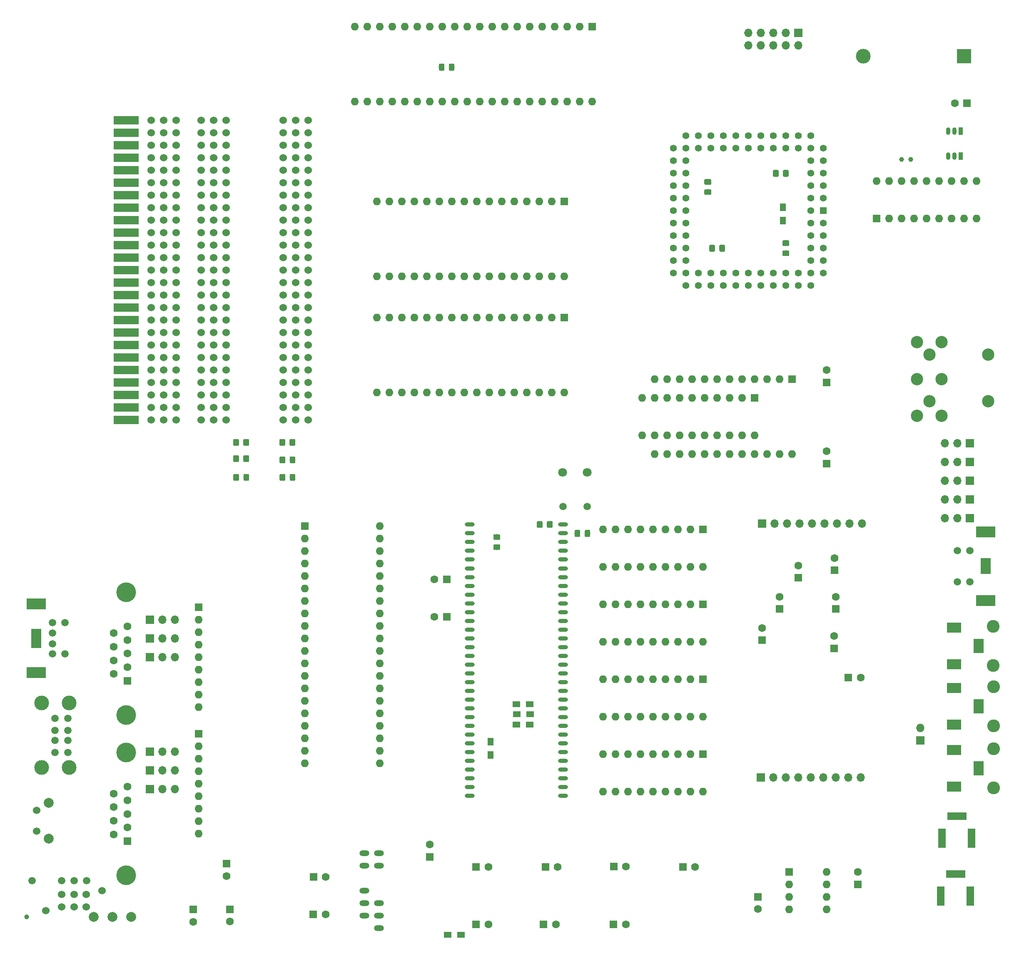
<source format=gbr>
G04 #@! TF.GenerationSoftware,KiCad,Pcbnew,(5.1.4)-1*
G04 #@! TF.CreationDate,2020-04-04T11:31:22+09:00*
G04 #@! TF.ProjectId,RetroConT,52657472-6f43-46f6-9e54-2e6b69636164,rev?*
G04 #@! TF.SameCoordinates,Original*
G04 #@! TF.FileFunction,Soldermask,Bot*
G04 #@! TF.FilePolarity,Negative*
%FSLAX46Y46*%
G04 Gerber Fmt 4.6, Leading zero omitted, Abs format (unit mm)*
G04 Created by KiCad (PCBNEW (5.1.4)-1) date 2020-04-04 11:31:22*
%MOMM*%
%LPD*%
G04 APERTURE LIST*
%ADD10C,1.800000*%
%ADD11C,0.100000*%
%ADD12C,1.150000*%
%ADD13O,2.000000X1.200000*%
%ADD14R,4.000000X2.169160*%
%ADD15R,2.000000X4.000000*%
%ADD16C,1.500000*%
%ADD17R,3.000000X3.000000*%
%ADD18C,3.000000*%
%ADD19C,1.524000*%
%ADD20O,2.000000X0.800000*%
%ADD21O,1.600000X1.600000*%
%ADD22R,1.600000X1.600000*%
%ADD23C,1.600000*%
%ADD24C,4.000000*%
%ADD25R,1.998980X3.200400*%
%ADD26C,1.422400*%
%ADD27R,1.422400X1.422400*%
%ADD28O,1.700000X1.700000*%
%ADD29R,1.700000X1.700000*%
%ADD30C,1.000000*%
%ADD31C,2.000000*%
%ADD32R,5.080000X1.778000*%
%ADD33R,1.524000X4.000000*%
%ADD34R,4.000000X1.524000*%
%ADD35C,2.500000*%
%ADD36R,0.900000X1.500000*%
%ADD37O,0.900000X1.500000*%
%ADD38R,1.300000X1.500000*%
%ADD39R,1.500000X1.300000*%
%ADD40C,2.600000*%
%ADD41R,3.000000X2.000000*%
%ADD42R,2.000000X3.000000*%
G04 APERTURE END LIST*
D10*
X139954000Y-124968000D03*
X134954000Y-124968000D03*
D11*
G36*
X140354305Y-136689804D02*
G01*
X140378573Y-136693404D01*
X140402372Y-136699365D01*
X140425471Y-136707630D01*
X140447650Y-136718120D01*
X140468693Y-136730732D01*
X140488399Y-136745347D01*
X140506577Y-136761823D01*
X140523053Y-136780001D01*
X140537668Y-136799707D01*
X140550280Y-136820750D01*
X140560770Y-136842929D01*
X140569035Y-136866028D01*
X140574996Y-136889827D01*
X140578596Y-136914095D01*
X140579800Y-136938599D01*
X140579800Y-137838601D01*
X140578596Y-137863105D01*
X140574996Y-137887373D01*
X140569035Y-137911172D01*
X140560770Y-137934271D01*
X140550280Y-137956450D01*
X140537668Y-137977493D01*
X140523053Y-137997199D01*
X140506577Y-138015377D01*
X140488399Y-138031853D01*
X140468693Y-138046468D01*
X140447650Y-138059080D01*
X140425471Y-138069570D01*
X140402372Y-138077835D01*
X140378573Y-138083796D01*
X140354305Y-138087396D01*
X140329801Y-138088600D01*
X139679799Y-138088600D01*
X139655295Y-138087396D01*
X139631027Y-138083796D01*
X139607228Y-138077835D01*
X139584129Y-138069570D01*
X139561950Y-138059080D01*
X139540907Y-138046468D01*
X139521201Y-138031853D01*
X139503023Y-138015377D01*
X139486547Y-137997199D01*
X139471932Y-137977493D01*
X139459320Y-137956450D01*
X139448830Y-137934271D01*
X139440565Y-137911172D01*
X139434604Y-137887373D01*
X139431004Y-137863105D01*
X139429800Y-137838601D01*
X139429800Y-136938599D01*
X139431004Y-136914095D01*
X139434604Y-136889827D01*
X139440565Y-136866028D01*
X139448830Y-136842929D01*
X139459320Y-136820750D01*
X139471932Y-136799707D01*
X139486547Y-136780001D01*
X139503023Y-136761823D01*
X139521201Y-136745347D01*
X139540907Y-136730732D01*
X139561950Y-136718120D01*
X139584129Y-136707630D01*
X139607228Y-136699365D01*
X139631027Y-136693404D01*
X139655295Y-136689804D01*
X139679799Y-136688600D01*
X140329801Y-136688600D01*
X140354305Y-136689804D01*
X140354305Y-136689804D01*
G37*
D12*
X140004800Y-137388600D03*
D11*
G36*
X138304305Y-136689804D02*
G01*
X138328573Y-136693404D01*
X138352372Y-136699365D01*
X138375471Y-136707630D01*
X138397650Y-136718120D01*
X138418693Y-136730732D01*
X138438399Y-136745347D01*
X138456577Y-136761823D01*
X138473053Y-136780001D01*
X138487668Y-136799707D01*
X138500280Y-136820750D01*
X138510770Y-136842929D01*
X138519035Y-136866028D01*
X138524996Y-136889827D01*
X138528596Y-136914095D01*
X138529800Y-136938599D01*
X138529800Y-137838601D01*
X138528596Y-137863105D01*
X138524996Y-137887373D01*
X138519035Y-137911172D01*
X138510770Y-137934271D01*
X138500280Y-137956450D01*
X138487668Y-137977493D01*
X138473053Y-137997199D01*
X138456577Y-138015377D01*
X138438399Y-138031853D01*
X138418693Y-138046468D01*
X138397650Y-138059080D01*
X138375471Y-138069570D01*
X138352372Y-138077835D01*
X138328573Y-138083796D01*
X138304305Y-138087396D01*
X138279801Y-138088600D01*
X137629799Y-138088600D01*
X137605295Y-138087396D01*
X137581027Y-138083796D01*
X137557228Y-138077835D01*
X137534129Y-138069570D01*
X137511950Y-138059080D01*
X137490907Y-138046468D01*
X137471201Y-138031853D01*
X137453023Y-138015377D01*
X137436547Y-137997199D01*
X137421932Y-137977493D01*
X137409320Y-137956450D01*
X137398830Y-137934271D01*
X137390565Y-137911172D01*
X137384604Y-137887373D01*
X137381004Y-137863105D01*
X137379800Y-137838601D01*
X137379800Y-136938599D01*
X137381004Y-136914095D01*
X137384604Y-136889827D01*
X137390565Y-136866028D01*
X137398830Y-136842929D01*
X137409320Y-136820750D01*
X137421932Y-136799707D01*
X137436547Y-136780001D01*
X137453023Y-136761823D01*
X137471201Y-136745347D01*
X137490907Y-136730732D01*
X137511950Y-136718120D01*
X137534129Y-136707630D01*
X137557228Y-136699365D01*
X137581027Y-136693404D01*
X137605295Y-136689804D01*
X137629799Y-136688600D01*
X138279801Y-136688600D01*
X138304305Y-136689804D01*
X138304305Y-136689804D01*
G37*
D12*
X137954800Y-137388600D03*
D13*
X97586800Y-217703400D03*
X97586800Y-215163400D03*
X97586800Y-212623400D03*
X97586800Y-205003400D03*
X97586800Y-202463400D03*
D14*
X27972000Y-151765000D03*
X27972000Y-165735000D03*
D15*
X27972000Y-158750000D03*
D16*
X31242000Y-161925000D03*
X31242000Y-155575000D03*
X33782000Y-155575000D03*
X33782000Y-161925000D03*
X31242000Y-159850000D03*
X31242000Y-157650000D03*
D17*
X216535000Y-40355000D03*
D18*
X196045000Y-40355000D03*
D19*
X41300000Y-210110000D03*
X29900000Y-214110000D03*
X33100000Y-210860000D03*
X35600000Y-210860000D03*
X38100000Y-210860000D03*
X33100000Y-213360000D03*
X35600000Y-213360000D03*
X38100000Y-213360000D03*
D20*
X135065000Y-135600000D03*
X116065000Y-135600000D03*
X135065000Y-137380000D03*
X116065000Y-137380000D03*
X135065000Y-139160000D03*
X116065000Y-139160000D03*
X135065000Y-140940000D03*
X116065000Y-140940000D03*
X135065000Y-142720000D03*
X116065000Y-142720000D03*
X135065000Y-144500000D03*
X116065000Y-144500000D03*
X135065000Y-146280000D03*
X116065000Y-146280000D03*
X135065000Y-148060000D03*
X116065000Y-148060000D03*
X135065000Y-149840000D03*
X116065000Y-149840000D03*
X135065000Y-151620000D03*
X116065000Y-151620000D03*
X135065000Y-153400000D03*
X116065000Y-153400000D03*
X135065000Y-155180000D03*
X116065000Y-155180000D03*
X135065000Y-156960000D03*
X116065000Y-156960000D03*
X135065000Y-158740000D03*
X116065000Y-158740000D03*
X135065000Y-160520000D03*
X116065000Y-160520000D03*
X135065000Y-162300000D03*
X116065000Y-162300000D03*
X135065000Y-164080000D03*
X116065000Y-164080000D03*
X135065000Y-165860000D03*
X116065000Y-165860000D03*
X135065000Y-167640000D03*
X116065000Y-167640000D03*
X135065000Y-169420000D03*
X116065000Y-169420000D03*
X135065000Y-171200000D03*
X116065000Y-171200000D03*
X135065000Y-172980000D03*
X116065000Y-172980000D03*
X135065000Y-174760000D03*
X116065000Y-174760000D03*
X135065000Y-176540000D03*
X116065000Y-176540000D03*
X135065000Y-178320000D03*
X116065000Y-178320000D03*
X135065000Y-180100000D03*
X116065000Y-180100000D03*
X135065000Y-181880000D03*
X116065000Y-181880000D03*
X135065000Y-183660000D03*
X116065000Y-183660000D03*
X135065000Y-185440000D03*
X116065000Y-185440000D03*
X135065000Y-187220000D03*
X116065000Y-187220000D03*
X135065000Y-189000000D03*
X116065000Y-189000000D03*
X135065000Y-190780000D03*
X116065000Y-190780000D03*
D21*
X97790000Y-135890000D03*
X82550000Y-184150000D03*
X97790000Y-138430000D03*
X82550000Y-181610000D03*
X97790000Y-140970000D03*
X82550000Y-179070000D03*
X97790000Y-143510000D03*
X82550000Y-176530000D03*
X97790000Y-146050000D03*
X82550000Y-173990000D03*
X97790000Y-148590000D03*
X82550000Y-171450000D03*
X97790000Y-151130000D03*
X82550000Y-168910000D03*
X97790000Y-153670000D03*
X82550000Y-166370000D03*
X97790000Y-156210000D03*
X82550000Y-163830000D03*
X97790000Y-158750000D03*
X82550000Y-161290000D03*
X97790000Y-161290000D03*
X82550000Y-158750000D03*
X97790000Y-163830000D03*
X82550000Y-156210000D03*
X97790000Y-166370000D03*
X82550000Y-153670000D03*
X97790000Y-168910000D03*
X82550000Y-151130000D03*
X97790000Y-171450000D03*
X82550000Y-148590000D03*
X97790000Y-173990000D03*
X82550000Y-146050000D03*
X97790000Y-176530000D03*
X82550000Y-143510000D03*
X97790000Y-179070000D03*
X82550000Y-140970000D03*
X97790000Y-181610000D03*
X82550000Y-138430000D03*
X97790000Y-184150000D03*
D22*
X82550000Y-135890000D03*
X46482000Y-200000000D03*
D23*
X46482000Y-197230000D03*
X46482000Y-194460000D03*
X46482000Y-191690000D03*
X46482000Y-188920000D03*
X43642000Y-198615000D03*
X43642000Y-195845000D03*
X43642000Y-193075000D03*
X43642000Y-190305000D03*
D24*
X46182000Y-206960000D03*
X46182000Y-181960000D03*
D14*
X221000000Y-151035000D03*
X221000000Y-137065000D03*
D25*
X221000000Y-144050000D03*
D16*
X217730000Y-140875000D03*
X217730000Y-147225000D03*
X215190000Y-147225000D03*
X215190000Y-140875000D03*
D11*
G36*
X164939505Y-67371204D02*
G01*
X164963773Y-67374804D01*
X164987572Y-67380765D01*
X165010671Y-67389030D01*
X165032850Y-67399520D01*
X165053893Y-67412132D01*
X165073599Y-67426747D01*
X165091777Y-67443223D01*
X165108253Y-67461401D01*
X165122868Y-67481107D01*
X165135480Y-67502150D01*
X165145970Y-67524329D01*
X165154235Y-67547428D01*
X165160196Y-67571227D01*
X165163796Y-67595495D01*
X165165000Y-67619999D01*
X165165000Y-68270001D01*
X165163796Y-68294505D01*
X165160196Y-68318773D01*
X165154235Y-68342572D01*
X165145970Y-68365671D01*
X165135480Y-68387850D01*
X165122868Y-68408893D01*
X165108253Y-68428599D01*
X165091777Y-68446777D01*
X165073599Y-68463253D01*
X165053893Y-68477868D01*
X165032850Y-68490480D01*
X165010671Y-68500970D01*
X164987572Y-68509235D01*
X164963773Y-68515196D01*
X164939505Y-68518796D01*
X164915001Y-68520000D01*
X164014999Y-68520000D01*
X163990495Y-68518796D01*
X163966227Y-68515196D01*
X163942428Y-68509235D01*
X163919329Y-68500970D01*
X163897150Y-68490480D01*
X163876107Y-68477868D01*
X163856401Y-68463253D01*
X163838223Y-68446777D01*
X163821747Y-68428599D01*
X163807132Y-68408893D01*
X163794520Y-68387850D01*
X163784030Y-68365671D01*
X163775765Y-68342572D01*
X163769804Y-68318773D01*
X163766204Y-68294505D01*
X163765000Y-68270001D01*
X163765000Y-67619999D01*
X163766204Y-67595495D01*
X163769804Y-67571227D01*
X163775765Y-67547428D01*
X163784030Y-67524329D01*
X163794520Y-67502150D01*
X163807132Y-67481107D01*
X163821747Y-67461401D01*
X163838223Y-67443223D01*
X163856401Y-67426747D01*
X163876107Y-67412132D01*
X163897150Y-67399520D01*
X163919329Y-67389030D01*
X163942428Y-67380765D01*
X163966227Y-67374804D01*
X163990495Y-67371204D01*
X164014999Y-67370000D01*
X164915001Y-67370000D01*
X164939505Y-67371204D01*
X164939505Y-67371204D01*
G37*
D12*
X164465000Y-67945000D03*
D11*
G36*
X164939505Y-65321204D02*
G01*
X164963773Y-65324804D01*
X164987572Y-65330765D01*
X165010671Y-65339030D01*
X165032850Y-65349520D01*
X165053893Y-65362132D01*
X165073599Y-65376747D01*
X165091777Y-65393223D01*
X165108253Y-65411401D01*
X165122868Y-65431107D01*
X165135480Y-65452150D01*
X165145970Y-65474329D01*
X165154235Y-65497428D01*
X165160196Y-65521227D01*
X165163796Y-65545495D01*
X165165000Y-65569999D01*
X165165000Y-66220001D01*
X165163796Y-66244505D01*
X165160196Y-66268773D01*
X165154235Y-66292572D01*
X165145970Y-66315671D01*
X165135480Y-66337850D01*
X165122868Y-66358893D01*
X165108253Y-66378599D01*
X165091777Y-66396777D01*
X165073599Y-66413253D01*
X165053893Y-66427868D01*
X165032850Y-66440480D01*
X165010671Y-66450970D01*
X164987572Y-66459235D01*
X164963773Y-66465196D01*
X164939505Y-66468796D01*
X164915001Y-66470000D01*
X164014999Y-66470000D01*
X163990495Y-66468796D01*
X163966227Y-66465196D01*
X163942428Y-66459235D01*
X163919329Y-66450970D01*
X163897150Y-66440480D01*
X163876107Y-66427868D01*
X163856401Y-66413253D01*
X163838223Y-66396777D01*
X163821747Y-66378599D01*
X163807132Y-66358893D01*
X163794520Y-66337850D01*
X163784030Y-66315671D01*
X163775765Y-66292572D01*
X163769804Y-66268773D01*
X163766204Y-66244505D01*
X163765000Y-66220001D01*
X163765000Y-65569999D01*
X163766204Y-65545495D01*
X163769804Y-65521227D01*
X163775765Y-65497428D01*
X163784030Y-65474329D01*
X163794520Y-65452150D01*
X163807132Y-65431107D01*
X163821747Y-65411401D01*
X163838223Y-65393223D01*
X163856401Y-65376747D01*
X163876107Y-65362132D01*
X163897150Y-65349520D01*
X163919329Y-65339030D01*
X163942428Y-65330765D01*
X163966227Y-65324804D01*
X163990495Y-65321204D01*
X164014999Y-65320000D01*
X164915001Y-65320000D01*
X164939505Y-65321204D01*
X164939505Y-65321204D01*
G37*
D12*
X164465000Y-65895000D03*
D26*
X185420000Y-71755000D03*
X185420000Y-69215000D03*
X185420000Y-66675000D03*
X185420000Y-64135000D03*
X185420000Y-61595000D03*
X185420000Y-74295000D03*
X185420000Y-76835000D03*
X185420000Y-79375000D03*
X185420000Y-81915000D03*
X185420000Y-84455000D03*
X185420000Y-86995000D03*
D27*
X187960000Y-71755000D03*
D26*
X187960000Y-69215000D03*
X187960000Y-66675000D03*
X187960000Y-64135000D03*
X187960000Y-61595000D03*
X187960000Y-59055000D03*
X187960000Y-74295000D03*
X187960000Y-76835000D03*
X187960000Y-79375000D03*
X187960000Y-81915000D03*
X187960000Y-84455000D03*
X185420000Y-59055000D03*
X182880000Y-59055000D03*
X180340000Y-59055000D03*
X177800000Y-59055000D03*
X175260000Y-59055000D03*
X172720000Y-59055000D03*
X170180000Y-59055000D03*
X167640000Y-59055000D03*
X165100000Y-59055000D03*
X162560000Y-59055000D03*
X185420000Y-56515000D03*
X182880000Y-56515000D03*
X180340000Y-56515000D03*
X177800000Y-56515000D03*
X175260000Y-56515000D03*
X172720000Y-56515000D03*
X170180000Y-56515000D03*
X167640000Y-56515000D03*
X165100000Y-56515000D03*
X162560000Y-56515000D03*
X160020000Y-56515000D03*
X160020000Y-59055000D03*
X160020000Y-61595000D03*
X160020000Y-64135000D03*
X160020000Y-66675000D03*
X160020000Y-69215000D03*
X160020000Y-71755000D03*
X160020000Y-74295000D03*
X160020000Y-76835000D03*
X160020000Y-79375000D03*
X160020000Y-81915000D03*
X157480000Y-59055000D03*
X157480000Y-61595000D03*
X157480000Y-64135000D03*
X157480000Y-66675000D03*
X157480000Y-69215000D03*
X157480000Y-71755000D03*
X157480000Y-74295000D03*
X157480000Y-76835000D03*
X157480000Y-79375000D03*
X157480000Y-81915000D03*
X157480000Y-84455000D03*
X160020000Y-84455000D03*
X162560000Y-84455000D03*
X165100000Y-84455000D03*
X167640000Y-84455000D03*
X170180000Y-84455000D03*
X172720000Y-84455000D03*
X175260000Y-84455000D03*
X177800000Y-84455000D03*
X180340000Y-84455000D03*
X182880000Y-84455000D03*
X160020000Y-86995000D03*
X162560000Y-86995000D03*
X165100000Y-86995000D03*
X167640000Y-86995000D03*
X170180000Y-86995000D03*
X172720000Y-86995000D03*
X175260000Y-86995000D03*
X177800000Y-86995000D03*
X180340000Y-86995000D03*
X182880000Y-86995000D03*
D22*
X140970000Y-34290000D03*
D21*
X92710000Y-49530000D03*
X138430000Y-34290000D03*
X95250000Y-49530000D03*
X135890000Y-34290000D03*
X97790000Y-49530000D03*
X133350000Y-34290000D03*
X100330000Y-49530000D03*
X130810000Y-34290000D03*
X102870000Y-49530000D03*
X128270000Y-34290000D03*
X105410000Y-49530000D03*
X125730000Y-34290000D03*
X107950000Y-49530000D03*
X123190000Y-34290000D03*
X110490000Y-49530000D03*
X120650000Y-34290000D03*
X113030000Y-49530000D03*
X118110000Y-34290000D03*
X115570000Y-49530000D03*
X115570000Y-34290000D03*
X118110000Y-49530000D03*
X113030000Y-34290000D03*
X120650000Y-49530000D03*
X110490000Y-34290000D03*
X123190000Y-49530000D03*
X107950000Y-34290000D03*
X125730000Y-49530000D03*
X105410000Y-34290000D03*
X128270000Y-49530000D03*
X102870000Y-34290000D03*
X130810000Y-49530000D03*
X100330000Y-34290000D03*
X133350000Y-49530000D03*
X97790000Y-34290000D03*
X135890000Y-49530000D03*
X95250000Y-34290000D03*
X138430000Y-49530000D03*
X92710000Y-34290000D03*
X140970000Y-49530000D03*
D19*
X78105000Y-114300000D03*
X78105000Y-111760000D03*
X78105000Y-109220000D03*
X78105000Y-106680000D03*
X78105000Y-104140000D03*
X78105000Y-53340000D03*
X83185000Y-53340000D03*
X78105000Y-55880000D03*
X83185000Y-55880000D03*
X78105000Y-58420000D03*
X83185000Y-58420000D03*
X78105000Y-60960000D03*
X83185000Y-60960000D03*
X78105000Y-63500000D03*
X83185000Y-63500000D03*
X78105000Y-66040000D03*
X83185000Y-66040000D03*
X78105000Y-68580000D03*
X83185000Y-68580000D03*
X78105000Y-71120000D03*
X83185000Y-71120000D03*
X78105000Y-73660000D03*
X83185000Y-73660000D03*
X78105000Y-76200000D03*
X83185000Y-76200000D03*
X78105000Y-78740000D03*
X83185000Y-78740000D03*
X78105000Y-81280000D03*
X83185000Y-81280000D03*
X78105000Y-83820000D03*
X83185000Y-83820000D03*
X78105000Y-86360000D03*
X83185000Y-86360000D03*
X78105000Y-88900000D03*
X83185000Y-88900000D03*
X78105000Y-91440000D03*
X83185000Y-91440000D03*
X78105000Y-93980000D03*
X83185000Y-93980000D03*
X78105000Y-96520000D03*
X83185000Y-96520000D03*
X78105000Y-99060000D03*
X83185000Y-99060000D03*
X78105000Y-101600000D03*
X83185000Y-101600000D03*
X83185000Y-104140000D03*
X83185000Y-106680000D03*
X83185000Y-109220000D03*
X83185000Y-111760000D03*
X83185000Y-114300000D03*
X80645000Y-96520000D03*
X80645000Y-93980000D03*
X80645000Y-114300000D03*
X80645000Y-111760000D03*
X80645000Y-109220000D03*
X80645000Y-106680000D03*
X80645000Y-104140000D03*
X80645000Y-101600000D03*
X80645000Y-99060000D03*
X80645000Y-91440000D03*
X80645000Y-71120000D03*
X80645000Y-78740000D03*
X80645000Y-58420000D03*
X80645000Y-88900000D03*
X80645000Y-81280000D03*
X80645000Y-86360000D03*
X80645000Y-66040000D03*
X80645000Y-73660000D03*
X80645000Y-60960000D03*
X80645000Y-83820000D03*
X80645000Y-63500000D03*
X80645000Y-55880000D03*
X80645000Y-76200000D03*
X80645000Y-53340000D03*
X80645000Y-68580000D03*
D22*
X135255000Y-69850000D03*
D21*
X97155000Y-85090000D03*
X132715000Y-69850000D03*
X99695000Y-85090000D03*
X130175000Y-69850000D03*
X102235000Y-85090000D03*
X127635000Y-69850000D03*
X104775000Y-85090000D03*
X125095000Y-69850000D03*
X107315000Y-85090000D03*
X122555000Y-69850000D03*
X109855000Y-85090000D03*
X120015000Y-69850000D03*
X112395000Y-85090000D03*
X117475000Y-69850000D03*
X114935000Y-85090000D03*
X114935000Y-69850000D03*
X117475000Y-85090000D03*
X112395000Y-69850000D03*
X120015000Y-85090000D03*
X109855000Y-69850000D03*
X122555000Y-85090000D03*
X107315000Y-69850000D03*
X125095000Y-85090000D03*
X104775000Y-69850000D03*
X127635000Y-85090000D03*
X102235000Y-69850000D03*
X130175000Y-85090000D03*
X99695000Y-69850000D03*
X132715000Y-85090000D03*
X97155000Y-69850000D03*
X135255000Y-85090000D03*
D28*
X195834000Y-135382000D03*
X193294000Y-135382000D03*
X190754000Y-135382000D03*
X188214000Y-135382000D03*
X185674000Y-135382000D03*
X183134000Y-135382000D03*
X180594000Y-135382000D03*
X178054000Y-135382000D03*
D29*
X175514000Y-135382000D03*
D28*
X195580000Y-187071000D03*
X193040000Y-187071000D03*
X190500000Y-187071000D03*
X187960000Y-187071000D03*
X185420000Y-187071000D03*
X182880000Y-187071000D03*
X180340000Y-187071000D03*
X177800000Y-187071000D03*
D29*
X175260000Y-187071000D03*
D22*
X198755000Y-73375000D03*
D21*
X219075000Y-65755000D03*
X201295000Y-73375000D03*
X216535000Y-65755000D03*
X203835000Y-73375000D03*
X213995000Y-65755000D03*
X206375000Y-73375000D03*
X211455000Y-65755000D03*
X208915000Y-73375000D03*
X208915000Y-65755000D03*
X211455000Y-73375000D03*
X206375000Y-65755000D03*
X213995000Y-73375000D03*
X203835000Y-65755000D03*
X216535000Y-73375000D03*
X201295000Y-65755000D03*
X219075000Y-73375000D03*
X198755000Y-65755000D03*
X135255000Y-108712000D03*
X97155000Y-93472000D03*
X132715000Y-108712000D03*
X99695000Y-93472000D03*
X130175000Y-108712000D03*
X102235000Y-93472000D03*
X127635000Y-108712000D03*
X104775000Y-93472000D03*
X125095000Y-108712000D03*
X107315000Y-93472000D03*
X122555000Y-108712000D03*
X109855000Y-93472000D03*
X120015000Y-108712000D03*
X112395000Y-93472000D03*
X117475000Y-108712000D03*
X114935000Y-93472000D03*
X114935000Y-108712000D03*
X117475000Y-93472000D03*
X112395000Y-108712000D03*
X120015000Y-93472000D03*
X109855000Y-108712000D03*
X122555000Y-93472000D03*
X107315000Y-108712000D03*
X125095000Y-93472000D03*
X104775000Y-108712000D03*
X127635000Y-93472000D03*
X102235000Y-108712000D03*
X130175000Y-93472000D03*
X99695000Y-108712000D03*
X132715000Y-93472000D03*
X97155000Y-108712000D03*
D22*
X135255000Y-93472000D03*
D23*
X188595000Y-104180000D03*
D22*
X188595000Y-106680000D03*
D23*
X188595000Y-120690000D03*
D22*
X188595000Y-123190000D03*
D19*
X64008000Y-114300000D03*
X64008000Y-111760000D03*
X64008000Y-109220000D03*
X64008000Y-106680000D03*
X64008000Y-104140000D03*
X64008000Y-101600000D03*
X64008000Y-99060000D03*
X64008000Y-96520000D03*
X64008000Y-93980000D03*
X64008000Y-91440000D03*
X64008000Y-88900000D03*
X64008000Y-86360000D03*
X64008000Y-83820000D03*
X64008000Y-81280000D03*
X64008000Y-78740000D03*
X64008000Y-76200000D03*
X64008000Y-73660000D03*
X64008000Y-68580000D03*
X64008000Y-71120000D03*
X64008000Y-66040000D03*
X64008000Y-63500000D03*
X64008000Y-60960000D03*
X64008000Y-58420000D03*
X64008000Y-55880000D03*
X64008000Y-53340000D03*
X66548000Y-114300000D03*
X66548000Y-111760000D03*
X66548000Y-109220000D03*
X66548000Y-106680000D03*
X66548000Y-104140000D03*
X66548000Y-101600000D03*
X61468000Y-101600000D03*
X66548000Y-99060000D03*
X61468000Y-99060000D03*
X66548000Y-96520000D03*
X61468000Y-96520000D03*
X66548000Y-93980000D03*
X61468000Y-93980000D03*
X66548000Y-91440000D03*
X61468000Y-91440000D03*
X66548000Y-88900000D03*
X61468000Y-88900000D03*
X66548000Y-86360000D03*
X61468000Y-86360000D03*
X66548000Y-83820000D03*
X61468000Y-83820000D03*
X66548000Y-81280000D03*
X61468000Y-81280000D03*
X66548000Y-78740000D03*
X61468000Y-78740000D03*
X66548000Y-76200000D03*
X61468000Y-76200000D03*
X66548000Y-73660000D03*
X61468000Y-73660000D03*
X66548000Y-71120000D03*
X61468000Y-71120000D03*
X66548000Y-68580000D03*
X61468000Y-68580000D03*
X66548000Y-66040000D03*
X61468000Y-66040000D03*
X66548000Y-63500000D03*
X61468000Y-63500000D03*
X66548000Y-60960000D03*
X61468000Y-60960000D03*
X66548000Y-58420000D03*
X61468000Y-58420000D03*
X66548000Y-55880000D03*
X61468000Y-55880000D03*
X66548000Y-53340000D03*
X61468000Y-53340000D03*
X61468000Y-104140000D03*
X61468000Y-106680000D03*
X61468000Y-109220000D03*
X61468000Y-111760000D03*
X61468000Y-114300000D03*
D29*
X51079400Y-181833000D03*
D28*
X53619400Y-181833000D03*
X56159400Y-181833000D03*
D21*
X181610000Y-121285000D03*
X153670000Y-106045000D03*
X179070000Y-121285000D03*
X156210000Y-106045000D03*
X176530000Y-121285000D03*
X158750000Y-106045000D03*
X173990000Y-121285000D03*
X161290000Y-106045000D03*
X171450000Y-121285000D03*
X163830000Y-106045000D03*
X168910000Y-121285000D03*
X166370000Y-106045000D03*
X166370000Y-121285000D03*
X168910000Y-106045000D03*
X163830000Y-121285000D03*
X171450000Y-106045000D03*
X161290000Y-121285000D03*
X173990000Y-106045000D03*
X158750000Y-121285000D03*
X176530000Y-106045000D03*
X156210000Y-121285000D03*
X179070000Y-106045000D03*
X153670000Y-121285000D03*
D22*
X181610000Y-106045000D03*
D21*
X163465000Y-174720000D03*
X143145000Y-167100000D03*
X160925000Y-174720000D03*
X145685000Y-167100000D03*
X158385000Y-174720000D03*
X148225000Y-167100000D03*
X155845000Y-174720000D03*
X150765000Y-167100000D03*
X153305000Y-174720000D03*
X153305000Y-167100000D03*
X150765000Y-174720000D03*
X155845000Y-167100000D03*
X148225000Y-174720000D03*
X158385000Y-167100000D03*
X145685000Y-174720000D03*
X160925000Y-167100000D03*
X143145000Y-174720000D03*
D22*
X163465000Y-167100000D03*
D30*
X26024000Y-215392000D03*
D31*
X47224000Y-215392000D03*
X43424000Y-215392000D03*
X39624000Y-215392000D03*
D16*
X27076400Y-208076800D03*
X38156400Y-208076800D03*
X35616400Y-208076800D03*
X33076400Y-208076800D03*
D18*
X34641600Y-171910600D03*
X34641600Y-185050600D03*
D16*
X34391600Y-174980600D03*
X34391600Y-177480600D03*
X34391600Y-179480600D03*
X34391600Y-181980600D03*
X31771600Y-174980600D03*
X31771600Y-177480600D03*
X31771600Y-179480600D03*
X31771600Y-181980600D03*
D18*
X29061600Y-171910600D03*
X29061600Y-185050600D03*
D13*
X94615000Y-215163400D03*
X94615000Y-212623400D03*
X94615000Y-210083400D03*
X94615000Y-205003400D03*
X94615000Y-202463400D03*
D19*
X53848000Y-114300000D03*
X53848000Y-111760000D03*
X53848000Y-109220000D03*
X53848000Y-106680000D03*
X53848000Y-104140000D03*
X53848000Y-101600000D03*
X53848000Y-99060000D03*
X53848000Y-96520000D03*
X53848000Y-93980000D03*
X53848000Y-91440000D03*
X53848000Y-88900000D03*
X53848000Y-86360000D03*
X53848000Y-83820000D03*
X53848000Y-81280000D03*
X53848000Y-78740000D03*
X53848000Y-76200000D03*
X53848000Y-73660000D03*
X53848000Y-68580000D03*
X53848000Y-71120000D03*
X53848000Y-66040000D03*
X53848000Y-63500000D03*
X53848000Y-60960000D03*
X53848000Y-58420000D03*
X53848000Y-55880000D03*
X53848000Y-53340000D03*
X51308000Y-114300000D03*
X51308000Y-111760000D03*
X51308000Y-109220000D03*
X51308000Y-106680000D03*
X51308000Y-104140000D03*
X51308000Y-101600000D03*
X56388000Y-101600000D03*
X51308000Y-99060000D03*
X56388000Y-99060000D03*
X51308000Y-96520000D03*
X56388000Y-96520000D03*
X51308000Y-93980000D03*
X56388000Y-93980000D03*
X51308000Y-91440000D03*
X56388000Y-91440000D03*
X51308000Y-88900000D03*
X56388000Y-88900000D03*
X51308000Y-86360000D03*
X56388000Y-86360000D03*
X51308000Y-83820000D03*
X56388000Y-83820000D03*
X51308000Y-81280000D03*
X56388000Y-81280000D03*
X51308000Y-78740000D03*
X56388000Y-78740000D03*
X51308000Y-76200000D03*
X56388000Y-76200000D03*
X51308000Y-73660000D03*
X56388000Y-73660000D03*
X51308000Y-71120000D03*
X56388000Y-71120000D03*
X51308000Y-68580000D03*
X56388000Y-68580000D03*
X51308000Y-66040000D03*
X56388000Y-66040000D03*
X51308000Y-63500000D03*
X56388000Y-63500000D03*
X51308000Y-60960000D03*
X56388000Y-60960000D03*
X51308000Y-58420000D03*
X56388000Y-58420000D03*
X51308000Y-55880000D03*
X56388000Y-55880000D03*
X51308000Y-53340000D03*
X56388000Y-53340000D03*
X56388000Y-104140000D03*
X56388000Y-106680000D03*
X56388000Y-109220000D03*
X56388000Y-111760000D03*
X56388000Y-114300000D03*
D32*
X46228000Y-60960000D03*
X46228000Y-58420000D03*
X46228000Y-55880000D03*
X46228000Y-53340000D03*
X46228000Y-63500000D03*
X46228000Y-66040000D03*
X46228000Y-68580000D03*
X46228000Y-71120000D03*
X46228000Y-73660000D03*
X46228000Y-96520000D03*
X46228000Y-99060000D03*
X46228000Y-101600000D03*
X46228000Y-104140000D03*
X46228000Y-109220000D03*
X46228000Y-106680000D03*
X46228000Y-111760000D03*
X46228000Y-114300000D03*
X46228000Y-93980000D03*
X46228000Y-91440000D03*
X46228000Y-86360000D03*
X46228000Y-88900000D03*
X46228000Y-83820000D03*
X46228000Y-78740000D03*
X46228000Y-81280000D03*
X46228000Y-76200000D03*
D11*
G36*
X122029505Y-137561204D02*
G01*
X122053773Y-137564804D01*
X122077572Y-137570765D01*
X122100671Y-137579030D01*
X122122850Y-137589520D01*
X122143893Y-137602132D01*
X122163599Y-137616747D01*
X122181777Y-137633223D01*
X122198253Y-137651401D01*
X122212868Y-137671107D01*
X122225480Y-137692150D01*
X122235970Y-137714329D01*
X122244235Y-137737428D01*
X122250196Y-137761227D01*
X122253796Y-137785495D01*
X122255000Y-137809999D01*
X122255000Y-138460001D01*
X122253796Y-138484505D01*
X122250196Y-138508773D01*
X122244235Y-138532572D01*
X122235970Y-138555671D01*
X122225480Y-138577850D01*
X122212868Y-138598893D01*
X122198253Y-138618599D01*
X122181777Y-138636777D01*
X122163599Y-138653253D01*
X122143893Y-138667868D01*
X122122850Y-138680480D01*
X122100671Y-138690970D01*
X122077572Y-138699235D01*
X122053773Y-138705196D01*
X122029505Y-138708796D01*
X122005001Y-138710000D01*
X121104999Y-138710000D01*
X121080495Y-138708796D01*
X121056227Y-138705196D01*
X121032428Y-138699235D01*
X121009329Y-138690970D01*
X120987150Y-138680480D01*
X120966107Y-138667868D01*
X120946401Y-138653253D01*
X120928223Y-138636777D01*
X120911747Y-138618599D01*
X120897132Y-138598893D01*
X120884520Y-138577850D01*
X120874030Y-138555671D01*
X120865765Y-138532572D01*
X120859804Y-138508773D01*
X120856204Y-138484505D01*
X120855000Y-138460001D01*
X120855000Y-137809999D01*
X120856204Y-137785495D01*
X120859804Y-137761227D01*
X120865765Y-137737428D01*
X120874030Y-137714329D01*
X120884520Y-137692150D01*
X120897132Y-137671107D01*
X120911747Y-137651401D01*
X120928223Y-137633223D01*
X120946401Y-137616747D01*
X120966107Y-137602132D01*
X120987150Y-137589520D01*
X121009329Y-137579030D01*
X121032428Y-137570765D01*
X121056227Y-137564804D01*
X121080495Y-137561204D01*
X121104999Y-137560000D01*
X122005001Y-137560000D01*
X122029505Y-137561204D01*
X122029505Y-137561204D01*
G37*
D12*
X121555000Y-138135000D03*
D11*
G36*
X122029505Y-139611204D02*
G01*
X122053773Y-139614804D01*
X122077572Y-139620765D01*
X122100671Y-139629030D01*
X122122850Y-139639520D01*
X122143893Y-139652132D01*
X122163599Y-139666747D01*
X122181777Y-139683223D01*
X122198253Y-139701401D01*
X122212868Y-139721107D01*
X122225480Y-139742150D01*
X122235970Y-139764329D01*
X122244235Y-139787428D01*
X122250196Y-139811227D01*
X122253796Y-139835495D01*
X122255000Y-139859999D01*
X122255000Y-140510001D01*
X122253796Y-140534505D01*
X122250196Y-140558773D01*
X122244235Y-140582572D01*
X122235970Y-140605671D01*
X122225480Y-140627850D01*
X122212868Y-140648893D01*
X122198253Y-140668599D01*
X122181777Y-140686777D01*
X122163599Y-140703253D01*
X122143893Y-140717868D01*
X122122850Y-140730480D01*
X122100671Y-140740970D01*
X122077572Y-140749235D01*
X122053773Y-140755196D01*
X122029505Y-140758796D01*
X122005001Y-140760000D01*
X121104999Y-140760000D01*
X121080495Y-140758796D01*
X121056227Y-140755196D01*
X121032428Y-140749235D01*
X121009329Y-140740970D01*
X120987150Y-140730480D01*
X120966107Y-140717868D01*
X120946401Y-140703253D01*
X120928223Y-140686777D01*
X120911747Y-140668599D01*
X120897132Y-140648893D01*
X120884520Y-140627850D01*
X120874030Y-140605671D01*
X120865765Y-140582572D01*
X120859804Y-140558773D01*
X120856204Y-140534505D01*
X120855000Y-140510001D01*
X120855000Y-139859999D01*
X120856204Y-139835495D01*
X120859804Y-139811227D01*
X120865765Y-139787428D01*
X120874030Y-139764329D01*
X120884520Y-139742150D01*
X120897132Y-139721107D01*
X120911747Y-139701401D01*
X120928223Y-139683223D01*
X120946401Y-139666747D01*
X120966107Y-139652132D01*
X120987150Y-139639520D01*
X121009329Y-139629030D01*
X121032428Y-139620765D01*
X121056227Y-139614804D01*
X121080495Y-139611204D01*
X121104999Y-139610000D01*
X122005001Y-139610000D01*
X122029505Y-139611204D01*
X122029505Y-139611204D01*
G37*
D12*
X121555000Y-140185000D03*
D11*
G36*
X112744505Y-41846204D02*
G01*
X112768773Y-41849804D01*
X112792572Y-41855765D01*
X112815671Y-41864030D01*
X112837850Y-41874520D01*
X112858893Y-41887132D01*
X112878599Y-41901747D01*
X112896777Y-41918223D01*
X112913253Y-41936401D01*
X112927868Y-41956107D01*
X112940480Y-41977150D01*
X112950970Y-41999329D01*
X112959235Y-42022428D01*
X112965196Y-42046227D01*
X112968796Y-42070495D01*
X112970000Y-42094999D01*
X112970000Y-42995001D01*
X112968796Y-43019505D01*
X112965196Y-43043773D01*
X112959235Y-43067572D01*
X112950970Y-43090671D01*
X112940480Y-43112850D01*
X112927868Y-43133893D01*
X112913253Y-43153599D01*
X112896777Y-43171777D01*
X112878599Y-43188253D01*
X112858893Y-43202868D01*
X112837850Y-43215480D01*
X112815671Y-43225970D01*
X112792572Y-43234235D01*
X112768773Y-43240196D01*
X112744505Y-43243796D01*
X112720001Y-43245000D01*
X112069999Y-43245000D01*
X112045495Y-43243796D01*
X112021227Y-43240196D01*
X111997428Y-43234235D01*
X111974329Y-43225970D01*
X111952150Y-43215480D01*
X111931107Y-43202868D01*
X111911401Y-43188253D01*
X111893223Y-43171777D01*
X111876747Y-43153599D01*
X111862132Y-43133893D01*
X111849520Y-43112850D01*
X111839030Y-43090671D01*
X111830765Y-43067572D01*
X111824804Y-43043773D01*
X111821204Y-43019505D01*
X111820000Y-42995001D01*
X111820000Y-42094999D01*
X111821204Y-42070495D01*
X111824804Y-42046227D01*
X111830765Y-42022428D01*
X111839030Y-41999329D01*
X111849520Y-41977150D01*
X111862132Y-41956107D01*
X111876747Y-41936401D01*
X111893223Y-41918223D01*
X111911401Y-41901747D01*
X111931107Y-41887132D01*
X111952150Y-41874520D01*
X111974329Y-41864030D01*
X111997428Y-41855765D01*
X112021227Y-41849804D01*
X112045495Y-41846204D01*
X112069999Y-41845000D01*
X112720001Y-41845000D01*
X112744505Y-41846204D01*
X112744505Y-41846204D01*
G37*
D12*
X112395000Y-42545000D03*
D11*
G36*
X110694505Y-41846204D02*
G01*
X110718773Y-41849804D01*
X110742572Y-41855765D01*
X110765671Y-41864030D01*
X110787850Y-41874520D01*
X110808893Y-41887132D01*
X110828599Y-41901747D01*
X110846777Y-41918223D01*
X110863253Y-41936401D01*
X110877868Y-41956107D01*
X110890480Y-41977150D01*
X110900970Y-41999329D01*
X110909235Y-42022428D01*
X110915196Y-42046227D01*
X110918796Y-42070495D01*
X110920000Y-42094999D01*
X110920000Y-42995001D01*
X110918796Y-43019505D01*
X110915196Y-43043773D01*
X110909235Y-43067572D01*
X110900970Y-43090671D01*
X110890480Y-43112850D01*
X110877868Y-43133893D01*
X110863253Y-43153599D01*
X110846777Y-43171777D01*
X110828599Y-43188253D01*
X110808893Y-43202868D01*
X110787850Y-43215480D01*
X110765671Y-43225970D01*
X110742572Y-43234235D01*
X110718773Y-43240196D01*
X110694505Y-43243796D01*
X110670001Y-43245000D01*
X110019999Y-43245000D01*
X109995495Y-43243796D01*
X109971227Y-43240196D01*
X109947428Y-43234235D01*
X109924329Y-43225970D01*
X109902150Y-43215480D01*
X109881107Y-43202868D01*
X109861401Y-43188253D01*
X109843223Y-43171777D01*
X109826747Y-43153599D01*
X109812132Y-43133893D01*
X109799520Y-43112850D01*
X109789030Y-43090671D01*
X109780765Y-43067572D01*
X109774804Y-43043773D01*
X109771204Y-43019505D01*
X109770000Y-42995001D01*
X109770000Y-42094999D01*
X109771204Y-42070495D01*
X109774804Y-42046227D01*
X109780765Y-42022428D01*
X109789030Y-41999329D01*
X109799520Y-41977150D01*
X109812132Y-41956107D01*
X109826747Y-41936401D01*
X109843223Y-41918223D01*
X109861401Y-41901747D01*
X109881107Y-41887132D01*
X109902150Y-41874520D01*
X109924329Y-41864030D01*
X109947428Y-41855765D01*
X109971227Y-41849804D01*
X109995495Y-41846204D01*
X110019999Y-41845000D01*
X110670001Y-41845000D01*
X110694505Y-41846204D01*
X110694505Y-41846204D01*
G37*
D12*
X110345000Y-42545000D03*
D23*
X107950000Y-200700000D03*
D22*
X107950000Y-203200000D03*
D23*
X108895000Y-146780000D03*
D22*
X111395000Y-146780000D03*
X111395000Y-154400000D03*
D23*
X108895000Y-154400000D03*
D22*
X59817000Y-213918800D03*
D23*
X59817000Y-216418800D03*
D22*
X84251800Y-214934800D03*
D23*
X86751800Y-214934800D03*
D22*
X84302600Y-207314800D03*
D23*
X86802600Y-207314800D03*
X67284600Y-216368000D03*
D22*
X67284600Y-213868000D03*
D11*
G36*
X130642505Y-134886404D02*
G01*
X130666773Y-134890004D01*
X130690572Y-134895965D01*
X130713671Y-134904230D01*
X130735850Y-134914720D01*
X130756893Y-134927332D01*
X130776599Y-134941947D01*
X130794777Y-134958423D01*
X130811253Y-134976601D01*
X130825868Y-134996307D01*
X130838480Y-135017350D01*
X130848970Y-135039529D01*
X130857235Y-135062628D01*
X130863196Y-135086427D01*
X130866796Y-135110695D01*
X130868000Y-135135199D01*
X130868000Y-136035201D01*
X130866796Y-136059705D01*
X130863196Y-136083973D01*
X130857235Y-136107772D01*
X130848970Y-136130871D01*
X130838480Y-136153050D01*
X130825868Y-136174093D01*
X130811253Y-136193799D01*
X130794777Y-136211977D01*
X130776599Y-136228453D01*
X130756893Y-136243068D01*
X130735850Y-136255680D01*
X130713671Y-136266170D01*
X130690572Y-136274435D01*
X130666773Y-136280396D01*
X130642505Y-136283996D01*
X130618001Y-136285200D01*
X129967999Y-136285200D01*
X129943495Y-136283996D01*
X129919227Y-136280396D01*
X129895428Y-136274435D01*
X129872329Y-136266170D01*
X129850150Y-136255680D01*
X129829107Y-136243068D01*
X129809401Y-136228453D01*
X129791223Y-136211977D01*
X129774747Y-136193799D01*
X129760132Y-136174093D01*
X129747520Y-136153050D01*
X129737030Y-136130871D01*
X129728765Y-136107772D01*
X129722804Y-136083973D01*
X129719204Y-136059705D01*
X129718000Y-136035201D01*
X129718000Y-135135199D01*
X129719204Y-135110695D01*
X129722804Y-135086427D01*
X129728765Y-135062628D01*
X129737030Y-135039529D01*
X129747520Y-135017350D01*
X129760132Y-134996307D01*
X129774747Y-134976601D01*
X129791223Y-134958423D01*
X129809401Y-134941947D01*
X129829107Y-134927332D01*
X129850150Y-134914720D01*
X129872329Y-134904230D01*
X129895428Y-134895965D01*
X129919227Y-134890004D01*
X129943495Y-134886404D01*
X129967999Y-134885200D01*
X130618001Y-134885200D01*
X130642505Y-134886404D01*
X130642505Y-134886404D01*
G37*
D12*
X130293000Y-135585200D03*
D11*
G36*
X132692505Y-134886404D02*
G01*
X132716773Y-134890004D01*
X132740572Y-134895965D01*
X132763671Y-134904230D01*
X132785850Y-134914720D01*
X132806893Y-134927332D01*
X132826599Y-134941947D01*
X132844777Y-134958423D01*
X132861253Y-134976601D01*
X132875868Y-134996307D01*
X132888480Y-135017350D01*
X132898970Y-135039529D01*
X132907235Y-135062628D01*
X132913196Y-135086427D01*
X132916796Y-135110695D01*
X132918000Y-135135199D01*
X132918000Y-136035201D01*
X132916796Y-136059705D01*
X132913196Y-136083973D01*
X132907235Y-136107772D01*
X132898970Y-136130871D01*
X132888480Y-136153050D01*
X132875868Y-136174093D01*
X132861253Y-136193799D01*
X132844777Y-136211977D01*
X132826599Y-136228453D01*
X132806893Y-136243068D01*
X132785850Y-136255680D01*
X132763671Y-136266170D01*
X132740572Y-136274435D01*
X132716773Y-136280396D01*
X132692505Y-136283996D01*
X132668001Y-136285200D01*
X132017999Y-136285200D01*
X131993495Y-136283996D01*
X131969227Y-136280396D01*
X131945428Y-136274435D01*
X131922329Y-136266170D01*
X131900150Y-136255680D01*
X131879107Y-136243068D01*
X131859401Y-136228453D01*
X131841223Y-136211977D01*
X131824747Y-136193799D01*
X131810132Y-136174093D01*
X131797520Y-136153050D01*
X131787030Y-136130871D01*
X131778765Y-136107772D01*
X131772804Y-136083973D01*
X131769204Y-136059705D01*
X131768000Y-136035201D01*
X131768000Y-135135199D01*
X131769204Y-135110695D01*
X131772804Y-135086427D01*
X131778765Y-135062628D01*
X131787030Y-135039529D01*
X131797520Y-135017350D01*
X131810132Y-134996307D01*
X131824747Y-134976601D01*
X131841223Y-134958423D01*
X131859401Y-134941947D01*
X131879107Y-134927332D01*
X131900150Y-134914720D01*
X131922329Y-134904230D01*
X131945428Y-134895965D01*
X131969227Y-134890004D01*
X131993495Y-134886404D01*
X132017999Y-134885200D01*
X132668001Y-134885200D01*
X132692505Y-134886404D01*
X132692505Y-134886404D01*
G37*
D12*
X132343000Y-135585200D03*
D23*
X147828000Y-205143100D03*
D22*
X145328000Y-205143100D03*
X145288000Y-216916000D03*
D23*
X147788000Y-216916000D03*
D22*
X117348000Y-216916000D03*
D23*
X119848000Y-216916000D03*
D22*
X175514000Y-159131000D03*
D23*
X175514000Y-156631000D03*
D22*
X117348000Y-205232000D03*
D23*
X119848000Y-205232000D03*
X161885000Y-205232000D03*
D22*
X159385000Y-205232000D03*
D23*
X66598800Y-207097000D03*
D22*
X66598800Y-204597000D03*
D23*
X179070000Y-150281000D03*
D22*
X179070000Y-152781000D03*
X174625000Y-211328000D03*
D23*
X174625000Y-213828000D03*
D22*
X182880000Y-146431000D03*
D23*
X182880000Y-143931000D03*
D22*
X190246000Y-144907000D03*
D23*
X190246000Y-142407000D03*
D22*
X193040000Y-166751000D03*
D23*
X195540000Y-166751000D03*
D22*
X194945000Y-208788000D03*
D23*
X194945000Y-206288000D03*
X133945000Y-205232000D03*
D22*
X131445000Y-205232000D03*
D23*
X133564000Y-216916000D03*
D22*
X131064000Y-216916000D03*
D23*
X190500000Y-150281000D03*
D22*
X190500000Y-152781000D03*
D23*
X190119000Y-158282000D03*
D22*
X190119000Y-160782000D03*
D11*
G36*
X80377505Y-125285204D02*
G01*
X80401773Y-125288804D01*
X80425572Y-125294765D01*
X80448671Y-125303030D01*
X80470850Y-125313520D01*
X80491893Y-125326132D01*
X80511599Y-125340747D01*
X80529777Y-125357223D01*
X80546253Y-125375401D01*
X80560868Y-125395107D01*
X80573480Y-125416150D01*
X80583970Y-125438329D01*
X80592235Y-125461428D01*
X80598196Y-125485227D01*
X80601796Y-125509495D01*
X80603000Y-125533999D01*
X80603000Y-126434001D01*
X80601796Y-126458505D01*
X80598196Y-126482773D01*
X80592235Y-126506572D01*
X80583970Y-126529671D01*
X80573480Y-126551850D01*
X80560868Y-126572893D01*
X80546253Y-126592599D01*
X80529777Y-126610777D01*
X80511599Y-126627253D01*
X80491893Y-126641868D01*
X80470850Y-126654480D01*
X80448671Y-126664970D01*
X80425572Y-126673235D01*
X80401773Y-126679196D01*
X80377505Y-126682796D01*
X80353001Y-126684000D01*
X79702999Y-126684000D01*
X79678495Y-126682796D01*
X79654227Y-126679196D01*
X79630428Y-126673235D01*
X79607329Y-126664970D01*
X79585150Y-126654480D01*
X79564107Y-126641868D01*
X79544401Y-126627253D01*
X79526223Y-126610777D01*
X79509747Y-126592599D01*
X79495132Y-126572893D01*
X79482520Y-126551850D01*
X79472030Y-126529671D01*
X79463765Y-126506572D01*
X79457804Y-126482773D01*
X79454204Y-126458505D01*
X79453000Y-126434001D01*
X79453000Y-125533999D01*
X79454204Y-125509495D01*
X79457804Y-125485227D01*
X79463765Y-125461428D01*
X79472030Y-125438329D01*
X79482520Y-125416150D01*
X79495132Y-125395107D01*
X79509747Y-125375401D01*
X79526223Y-125357223D01*
X79544401Y-125340747D01*
X79564107Y-125326132D01*
X79585150Y-125313520D01*
X79607329Y-125303030D01*
X79630428Y-125294765D01*
X79654227Y-125288804D01*
X79678495Y-125285204D01*
X79702999Y-125284000D01*
X80353001Y-125284000D01*
X80377505Y-125285204D01*
X80377505Y-125285204D01*
G37*
D12*
X80028000Y-125984000D03*
D11*
G36*
X78327505Y-125285204D02*
G01*
X78351773Y-125288804D01*
X78375572Y-125294765D01*
X78398671Y-125303030D01*
X78420850Y-125313520D01*
X78441893Y-125326132D01*
X78461599Y-125340747D01*
X78479777Y-125357223D01*
X78496253Y-125375401D01*
X78510868Y-125395107D01*
X78523480Y-125416150D01*
X78533970Y-125438329D01*
X78542235Y-125461428D01*
X78548196Y-125485227D01*
X78551796Y-125509495D01*
X78553000Y-125533999D01*
X78553000Y-126434001D01*
X78551796Y-126458505D01*
X78548196Y-126482773D01*
X78542235Y-126506572D01*
X78533970Y-126529671D01*
X78523480Y-126551850D01*
X78510868Y-126572893D01*
X78496253Y-126592599D01*
X78479777Y-126610777D01*
X78461599Y-126627253D01*
X78441893Y-126641868D01*
X78420850Y-126654480D01*
X78398671Y-126664970D01*
X78375572Y-126673235D01*
X78351773Y-126679196D01*
X78327505Y-126682796D01*
X78303001Y-126684000D01*
X77652999Y-126684000D01*
X77628495Y-126682796D01*
X77604227Y-126679196D01*
X77580428Y-126673235D01*
X77557329Y-126664970D01*
X77535150Y-126654480D01*
X77514107Y-126641868D01*
X77494401Y-126627253D01*
X77476223Y-126610777D01*
X77459747Y-126592599D01*
X77445132Y-126572893D01*
X77432520Y-126551850D01*
X77422030Y-126529671D01*
X77413765Y-126506572D01*
X77407804Y-126482773D01*
X77404204Y-126458505D01*
X77403000Y-126434001D01*
X77403000Y-125533999D01*
X77404204Y-125509495D01*
X77407804Y-125485227D01*
X77413765Y-125461428D01*
X77422030Y-125438329D01*
X77432520Y-125416150D01*
X77445132Y-125395107D01*
X77459747Y-125375401D01*
X77476223Y-125357223D01*
X77494401Y-125340747D01*
X77514107Y-125326132D01*
X77535150Y-125313520D01*
X77557329Y-125303030D01*
X77580428Y-125294765D01*
X77604227Y-125288804D01*
X77628495Y-125285204D01*
X77652999Y-125284000D01*
X78303001Y-125284000D01*
X78327505Y-125285204D01*
X78327505Y-125285204D01*
G37*
D12*
X77978000Y-125984000D03*
D11*
G36*
X78327505Y-121729204D02*
G01*
X78351773Y-121732804D01*
X78375572Y-121738765D01*
X78398671Y-121747030D01*
X78420850Y-121757520D01*
X78441893Y-121770132D01*
X78461599Y-121784747D01*
X78479777Y-121801223D01*
X78496253Y-121819401D01*
X78510868Y-121839107D01*
X78523480Y-121860150D01*
X78533970Y-121882329D01*
X78542235Y-121905428D01*
X78548196Y-121929227D01*
X78551796Y-121953495D01*
X78553000Y-121977999D01*
X78553000Y-122878001D01*
X78551796Y-122902505D01*
X78548196Y-122926773D01*
X78542235Y-122950572D01*
X78533970Y-122973671D01*
X78523480Y-122995850D01*
X78510868Y-123016893D01*
X78496253Y-123036599D01*
X78479777Y-123054777D01*
X78461599Y-123071253D01*
X78441893Y-123085868D01*
X78420850Y-123098480D01*
X78398671Y-123108970D01*
X78375572Y-123117235D01*
X78351773Y-123123196D01*
X78327505Y-123126796D01*
X78303001Y-123128000D01*
X77652999Y-123128000D01*
X77628495Y-123126796D01*
X77604227Y-123123196D01*
X77580428Y-123117235D01*
X77557329Y-123108970D01*
X77535150Y-123098480D01*
X77514107Y-123085868D01*
X77494401Y-123071253D01*
X77476223Y-123054777D01*
X77459747Y-123036599D01*
X77445132Y-123016893D01*
X77432520Y-122995850D01*
X77422030Y-122973671D01*
X77413765Y-122950572D01*
X77407804Y-122926773D01*
X77404204Y-122902505D01*
X77403000Y-122878001D01*
X77403000Y-121977999D01*
X77404204Y-121953495D01*
X77407804Y-121929227D01*
X77413765Y-121905428D01*
X77422030Y-121882329D01*
X77432520Y-121860150D01*
X77445132Y-121839107D01*
X77459747Y-121819401D01*
X77476223Y-121801223D01*
X77494401Y-121784747D01*
X77514107Y-121770132D01*
X77535150Y-121757520D01*
X77557329Y-121747030D01*
X77580428Y-121738765D01*
X77604227Y-121732804D01*
X77628495Y-121729204D01*
X77652999Y-121728000D01*
X78303001Y-121728000D01*
X78327505Y-121729204D01*
X78327505Y-121729204D01*
G37*
D12*
X77978000Y-122428000D03*
D11*
G36*
X80377505Y-121729204D02*
G01*
X80401773Y-121732804D01*
X80425572Y-121738765D01*
X80448671Y-121747030D01*
X80470850Y-121757520D01*
X80491893Y-121770132D01*
X80511599Y-121784747D01*
X80529777Y-121801223D01*
X80546253Y-121819401D01*
X80560868Y-121839107D01*
X80573480Y-121860150D01*
X80583970Y-121882329D01*
X80592235Y-121905428D01*
X80598196Y-121929227D01*
X80601796Y-121953495D01*
X80603000Y-121977999D01*
X80603000Y-122878001D01*
X80601796Y-122902505D01*
X80598196Y-122926773D01*
X80592235Y-122950572D01*
X80583970Y-122973671D01*
X80573480Y-122995850D01*
X80560868Y-123016893D01*
X80546253Y-123036599D01*
X80529777Y-123054777D01*
X80511599Y-123071253D01*
X80491893Y-123085868D01*
X80470850Y-123098480D01*
X80448671Y-123108970D01*
X80425572Y-123117235D01*
X80401773Y-123123196D01*
X80377505Y-123126796D01*
X80353001Y-123128000D01*
X79702999Y-123128000D01*
X79678495Y-123126796D01*
X79654227Y-123123196D01*
X79630428Y-123117235D01*
X79607329Y-123108970D01*
X79585150Y-123098480D01*
X79564107Y-123085868D01*
X79544401Y-123071253D01*
X79526223Y-123054777D01*
X79509747Y-123036599D01*
X79495132Y-123016893D01*
X79482520Y-122995850D01*
X79472030Y-122973671D01*
X79463765Y-122950572D01*
X79457804Y-122926773D01*
X79454204Y-122902505D01*
X79453000Y-122878001D01*
X79453000Y-121977999D01*
X79454204Y-121953495D01*
X79457804Y-121929227D01*
X79463765Y-121905428D01*
X79472030Y-121882329D01*
X79482520Y-121860150D01*
X79495132Y-121839107D01*
X79509747Y-121819401D01*
X79526223Y-121801223D01*
X79544401Y-121784747D01*
X79564107Y-121770132D01*
X79585150Y-121757520D01*
X79607329Y-121747030D01*
X79630428Y-121738765D01*
X79654227Y-121732804D01*
X79678495Y-121729204D01*
X79702999Y-121728000D01*
X80353001Y-121728000D01*
X80377505Y-121729204D01*
X80377505Y-121729204D01*
G37*
D12*
X80028000Y-122428000D03*
D11*
G36*
X80359505Y-118173204D02*
G01*
X80383773Y-118176804D01*
X80407572Y-118182765D01*
X80430671Y-118191030D01*
X80452850Y-118201520D01*
X80473893Y-118214132D01*
X80493599Y-118228747D01*
X80511777Y-118245223D01*
X80528253Y-118263401D01*
X80542868Y-118283107D01*
X80555480Y-118304150D01*
X80565970Y-118326329D01*
X80574235Y-118349428D01*
X80580196Y-118373227D01*
X80583796Y-118397495D01*
X80585000Y-118421999D01*
X80585000Y-119322001D01*
X80583796Y-119346505D01*
X80580196Y-119370773D01*
X80574235Y-119394572D01*
X80565970Y-119417671D01*
X80555480Y-119439850D01*
X80542868Y-119460893D01*
X80528253Y-119480599D01*
X80511777Y-119498777D01*
X80493599Y-119515253D01*
X80473893Y-119529868D01*
X80452850Y-119542480D01*
X80430671Y-119552970D01*
X80407572Y-119561235D01*
X80383773Y-119567196D01*
X80359505Y-119570796D01*
X80335001Y-119572000D01*
X79684999Y-119572000D01*
X79660495Y-119570796D01*
X79636227Y-119567196D01*
X79612428Y-119561235D01*
X79589329Y-119552970D01*
X79567150Y-119542480D01*
X79546107Y-119529868D01*
X79526401Y-119515253D01*
X79508223Y-119498777D01*
X79491747Y-119480599D01*
X79477132Y-119460893D01*
X79464520Y-119439850D01*
X79454030Y-119417671D01*
X79445765Y-119394572D01*
X79439804Y-119370773D01*
X79436204Y-119346505D01*
X79435000Y-119322001D01*
X79435000Y-118421999D01*
X79436204Y-118397495D01*
X79439804Y-118373227D01*
X79445765Y-118349428D01*
X79454030Y-118326329D01*
X79464520Y-118304150D01*
X79477132Y-118283107D01*
X79491747Y-118263401D01*
X79508223Y-118245223D01*
X79526401Y-118228747D01*
X79546107Y-118214132D01*
X79567150Y-118201520D01*
X79589329Y-118191030D01*
X79612428Y-118182765D01*
X79636227Y-118176804D01*
X79660495Y-118173204D01*
X79684999Y-118172000D01*
X80335001Y-118172000D01*
X80359505Y-118173204D01*
X80359505Y-118173204D01*
G37*
D12*
X80010000Y-118872000D03*
D11*
G36*
X78309505Y-118173204D02*
G01*
X78333773Y-118176804D01*
X78357572Y-118182765D01*
X78380671Y-118191030D01*
X78402850Y-118201520D01*
X78423893Y-118214132D01*
X78443599Y-118228747D01*
X78461777Y-118245223D01*
X78478253Y-118263401D01*
X78492868Y-118283107D01*
X78505480Y-118304150D01*
X78515970Y-118326329D01*
X78524235Y-118349428D01*
X78530196Y-118373227D01*
X78533796Y-118397495D01*
X78535000Y-118421999D01*
X78535000Y-119322001D01*
X78533796Y-119346505D01*
X78530196Y-119370773D01*
X78524235Y-119394572D01*
X78515970Y-119417671D01*
X78505480Y-119439850D01*
X78492868Y-119460893D01*
X78478253Y-119480599D01*
X78461777Y-119498777D01*
X78443599Y-119515253D01*
X78423893Y-119529868D01*
X78402850Y-119542480D01*
X78380671Y-119552970D01*
X78357572Y-119561235D01*
X78333773Y-119567196D01*
X78309505Y-119570796D01*
X78285001Y-119572000D01*
X77634999Y-119572000D01*
X77610495Y-119570796D01*
X77586227Y-119567196D01*
X77562428Y-119561235D01*
X77539329Y-119552970D01*
X77517150Y-119542480D01*
X77496107Y-119529868D01*
X77476401Y-119515253D01*
X77458223Y-119498777D01*
X77441747Y-119480599D01*
X77427132Y-119460893D01*
X77414520Y-119439850D01*
X77404030Y-119417671D01*
X77395765Y-119394572D01*
X77389804Y-119370773D01*
X77386204Y-119346505D01*
X77385000Y-119322001D01*
X77385000Y-118421999D01*
X77386204Y-118397495D01*
X77389804Y-118373227D01*
X77395765Y-118349428D01*
X77404030Y-118326329D01*
X77414520Y-118304150D01*
X77427132Y-118283107D01*
X77441747Y-118263401D01*
X77458223Y-118245223D01*
X77476401Y-118228747D01*
X77496107Y-118214132D01*
X77517150Y-118201520D01*
X77539329Y-118191030D01*
X77562428Y-118182765D01*
X77586227Y-118176804D01*
X77610495Y-118173204D01*
X77634999Y-118172000D01*
X78285001Y-118172000D01*
X78309505Y-118173204D01*
X78309505Y-118173204D01*
G37*
D12*
X77960000Y-118872000D03*
D11*
G36*
X167744505Y-78676204D02*
G01*
X167768773Y-78679804D01*
X167792572Y-78685765D01*
X167815671Y-78694030D01*
X167837850Y-78704520D01*
X167858893Y-78717132D01*
X167878599Y-78731747D01*
X167896777Y-78748223D01*
X167913253Y-78766401D01*
X167927868Y-78786107D01*
X167940480Y-78807150D01*
X167950970Y-78829329D01*
X167959235Y-78852428D01*
X167965196Y-78876227D01*
X167968796Y-78900495D01*
X167970000Y-78924999D01*
X167970000Y-79825001D01*
X167968796Y-79849505D01*
X167965196Y-79873773D01*
X167959235Y-79897572D01*
X167950970Y-79920671D01*
X167940480Y-79942850D01*
X167927868Y-79963893D01*
X167913253Y-79983599D01*
X167896777Y-80001777D01*
X167878599Y-80018253D01*
X167858893Y-80032868D01*
X167837850Y-80045480D01*
X167815671Y-80055970D01*
X167792572Y-80064235D01*
X167768773Y-80070196D01*
X167744505Y-80073796D01*
X167720001Y-80075000D01*
X167069999Y-80075000D01*
X167045495Y-80073796D01*
X167021227Y-80070196D01*
X166997428Y-80064235D01*
X166974329Y-80055970D01*
X166952150Y-80045480D01*
X166931107Y-80032868D01*
X166911401Y-80018253D01*
X166893223Y-80001777D01*
X166876747Y-79983599D01*
X166862132Y-79963893D01*
X166849520Y-79942850D01*
X166839030Y-79920671D01*
X166830765Y-79897572D01*
X166824804Y-79873773D01*
X166821204Y-79849505D01*
X166820000Y-79825001D01*
X166820000Y-78924999D01*
X166821204Y-78900495D01*
X166824804Y-78876227D01*
X166830765Y-78852428D01*
X166839030Y-78829329D01*
X166849520Y-78807150D01*
X166862132Y-78786107D01*
X166876747Y-78766401D01*
X166893223Y-78748223D01*
X166911401Y-78731747D01*
X166931107Y-78717132D01*
X166952150Y-78704520D01*
X166974329Y-78694030D01*
X166997428Y-78685765D01*
X167021227Y-78679804D01*
X167045495Y-78676204D01*
X167069999Y-78675000D01*
X167720001Y-78675000D01*
X167744505Y-78676204D01*
X167744505Y-78676204D01*
G37*
D12*
X167395000Y-79375000D03*
D11*
G36*
X165694505Y-78676204D02*
G01*
X165718773Y-78679804D01*
X165742572Y-78685765D01*
X165765671Y-78694030D01*
X165787850Y-78704520D01*
X165808893Y-78717132D01*
X165828599Y-78731747D01*
X165846777Y-78748223D01*
X165863253Y-78766401D01*
X165877868Y-78786107D01*
X165890480Y-78807150D01*
X165900970Y-78829329D01*
X165909235Y-78852428D01*
X165915196Y-78876227D01*
X165918796Y-78900495D01*
X165920000Y-78924999D01*
X165920000Y-79825001D01*
X165918796Y-79849505D01*
X165915196Y-79873773D01*
X165909235Y-79897572D01*
X165900970Y-79920671D01*
X165890480Y-79942850D01*
X165877868Y-79963893D01*
X165863253Y-79983599D01*
X165846777Y-80001777D01*
X165828599Y-80018253D01*
X165808893Y-80032868D01*
X165787850Y-80045480D01*
X165765671Y-80055970D01*
X165742572Y-80064235D01*
X165718773Y-80070196D01*
X165694505Y-80073796D01*
X165670001Y-80075000D01*
X165019999Y-80075000D01*
X164995495Y-80073796D01*
X164971227Y-80070196D01*
X164947428Y-80064235D01*
X164924329Y-80055970D01*
X164902150Y-80045480D01*
X164881107Y-80032868D01*
X164861401Y-80018253D01*
X164843223Y-80001777D01*
X164826747Y-79983599D01*
X164812132Y-79963893D01*
X164799520Y-79942850D01*
X164789030Y-79920671D01*
X164780765Y-79897572D01*
X164774804Y-79873773D01*
X164771204Y-79849505D01*
X164770000Y-79825001D01*
X164770000Y-78924999D01*
X164771204Y-78900495D01*
X164774804Y-78876227D01*
X164780765Y-78852428D01*
X164789030Y-78829329D01*
X164799520Y-78807150D01*
X164812132Y-78786107D01*
X164826747Y-78766401D01*
X164843223Y-78748223D01*
X164861401Y-78731747D01*
X164881107Y-78717132D01*
X164902150Y-78704520D01*
X164924329Y-78694030D01*
X164947428Y-78685765D01*
X164971227Y-78679804D01*
X164995495Y-78676204D01*
X165019999Y-78675000D01*
X165670001Y-78675000D01*
X165694505Y-78676204D01*
X165694505Y-78676204D01*
G37*
D12*
X165345000Y-79375000D03*
D11*
G36*
X68929505Y-125285204D02*
G01*
X68953773Y-125288804D01*
X68977572Y-125294765D01*
X69000671Y-125303030D01*
X69022850Y-125313520D01*
X69043893Y-125326132D01*
X69063599Y-125340747D01*
X69081777Y-125357223D01*
X69098253Y-125375401D01*
X69112868Y-125395107D01*
X69125480Y-125416150D01*
X69135970Y-125438329D01*
X69144235Y-125461428D01*
X69150196Y-125485227D01*
X69153796Y-125509495D01*
X69155000Y-125533999D01*
X69155000Y-126434001D01*
X69153796Y-126458505D01*
X69150196Y-126482773D01*
X69144235Y-126506572D01*
X69135970Y-126529671D01*
X69125480Y-126551850D01*
X69112868Y-126572893D01*
X69098253Y-126592599D01*
X69081777Y-126610777D01*
X69063599Y-126627253D01*
X69043893Y-126641868D01*
X69022850Y-126654480D01*
X69000671Y-126664970D01*
X68977572Y-126673235D01*
X68953773Y-126679196D01*
X68929505Y-126682796D01*
X68905001Y-126684000D01*
X68254999Y-126684000D01*
X68230495Y-126682796D01*
X68206227Y-126679196D01*
X68182428Y-126673235D01*
X68159329Y-126664970D01*
X68137150Y-126654480D01*
X68116107Y-126641868D01*
X68096401Y-126627253D01*
X68078223Y-126610777D01*
X68061747Y-126592599D01*
X68047132Y-126572893D01*
X68034520Y-126551850D01*
X68024030Y-126529671D01*
X68015765Y-126506572D01*
X68009804Y-126482773D01*
X68006204Y-126458505D01*
X68005000Y-126434001D01*
X68005000Y-125533999D01*
X68006204Y-125509495D01*
X68009804Y-125485227D01*
X68015765Y-125461428D01*
X68024030Y-125438329D01*
X68034520Y-125416150D01*
X68047132Y-125395107D01*
X68061747Y-125375401D01*
X68078223Y-125357223D01*
X68096401Y-125340747D01*
X68116107Y-125326132D01*
X68137150Y-125313520D01*
X68159329Y-125303030D01*
X68182428Y-125294765D01*
X68206227Y-125288804D01*
X68230495Y-125285204D01*
X68254999Y-125284000D01*
X68905001Y-125284000D01*
X68929505Y-125285204D01*
X68929505Y-125285204D01*
G37*
D12*
X68580000Y-125984000D03*
D11*
G36*
X70979505Y-125285204D02*
G01*
X71003773Y-125288804D01*
X71027572Y-125294765D01*
X71050671Y-125303030D01*
X71072850Y-125313520D01*
X71093893Y-125326132D01*
X71113599Y-125340747D01*
X71131777Y-125357223D01*
X71148253Y-125375401D01*
X71162868Y-125395107D01*
X71175480Y-125416150D01*
X71185970Y-125438329D01*
X71194235Y-125461428D01*
X71200196Y-125485227D01*
X71203796Y-125509495D01*
X71205000Y-125533999D01*
X71205000Y-126434001D01*
X71203796Y-126458505D01*
X71200196Y-126482773D01*
X71194235Y-126506572D01*
X71185970Y-126529671D01*
X71175480Y-126551850D01*
X71162868Y-126572893D01*
X71148253Y-126592599D01*
X71131777Y-126610777D01*
X71113599Y-126627253D01*
X71093893Y-126641868D01*
X71072850Y-126654480D01*
X71050671Y-126664970D01*
X71027572Y-126673235D01*
X71003773Y-126679196D01*
X70979505Y-126682796D01*
X70955001Y-126684000D01*
X70304999Y-126684000D01*
X70280495Y-126682796D01*
X70256227Y-126679196D01*
X70232428Y-126673235D01*
X70209329Y-126664970D01*
X70187150Y-126654480D01*
X70166107Y-126641868D01*
X70146401Y-126627253D01*
X70128223Y-126610777D01*
X70111747Y-126592599D01*
X70097132Y-126572893D01*
X70084520Y-126551850D01*
X70074030Y-126529671D01*
X70065765Y-126506572D01*
X70059804Y-126482773D01*
X70056204Y-126458505D01*
X70055000Y-126434001D01*
X70055000Y-125533999D01*
X70056204Y-125509495D01*
X70059804Y-125485227D01*
X70065765Y-125461428D01*
X70074030Y-125438329D01*
X70084520Y-125416150D01*
X70097132Y-125395107D01*
X70111747Y-125375401D01*
X70128223Y-125357223D01*
X70146401Y-125340747D01*
X70166107Y-125326132D01*
X70187150Y-125313520D01*
X70209329Y-125303030D01*
X70232428Y-125294765D01*
X70256227Y-125288804D01*
X70280495Y-125285204D01*
X70304999Y-125284000D01*
X70955001Y-125284000D01*
X70979505Y-125285204D01*
X70979505Y-125285204D01*
G37*
D12*
X70630000Y-125984000D03*
D11*
G36*
X70961505Y-121475204D02*
G01*
X70985773Y-121478804D01*
X71009572Y-121484765D01*
X71032671Y-121493030D01*
X71054850Y-121503520D01*
X71075893Y-121516132D01*
X71095599Y-121530747D01*
X71113777Y-121547223D01*
X71130253Y-121565401D01*
X71144868Y-121585107D01*
X71157480Y-121606150D01*
X71167970Y-121628329D01*
X71176235Y-121651428D01*
X71182196Y-121675227D01*
X71185796Y-121699495D01*
X71187000Y-121723999D01*
X71187000Y-122624001D01*
X71185796Y-122648505D01*
X71182196Y-122672773D01*
X71176235Y-122696572D01*
X71167970Y-122719671D01*
X71157480Y-122741850D01*
X71144868Y-122762893D01*
X71130253Y-122782599D01*
X71113777Y-122800777D01*
X71095599Y-122817253D01*
X71075893Y-122831868D01*
X71054850Y-122844480D01*
X71032671Y-122854970D01*
X71009572Y-122863235D01*
X70985773Y-122869196D01*
X70961505Y-122872796D01*
X70937001Y-122874000D01*
X70286999Y-122874000D01*
X70262495Y-122872796D01*
X70238227Y-122869196D01*
X70214428Y-122863235D01*
X70191329Y-122854970D01*
X70169150Y-122844480D01*
X70148107Y-122831868D01*
X70128401Y-122817253D01*
X70110223Y-122800777D01*
X70093747Y-122782599D01*
X70079132Y-122762893D01*
X70066520Y-122741850D01*
X70056030Y-122719671D01*
X70047765Y-122696572D01*
X70041804Y-122672773D01*
X70038204Y-122648505D01*
X70037000Y-122624001D01*
X70037000Y-121723999D01*
X70038204Y-121699495D01*
X70041804Y-121675227D01*
X70047765Y-121651428D01*
X70056030Y-121628329D01*
X70066520Y-121606150D01*
X70079132Y-121585107D01*
X70093747Y-121565401D01*
X70110223Y-121547223D01*
X70128401Y-121530747D01*
X70148107Y-121516132D01*
X70169150Y-121503520D01*
X70191329Y-121493030D01*
X70214428Y-121484765D01*
X70238227Y-121478804D01*
X70262495Y-121475204D01*
X70286999Y-121474000D01*
X70937001Y-121474000D01*
X70961505Y-121475204D01*
X70961505Y-121475204D01*
G37*
D12*
X70612000Y-122174000D03*
D11*
G36*
X68911505Y-121475204D02*
G01*
X68935773Y-121478804D01*
X68959572Y-121484765D01*
X68982671Y-121493030D01*
X69004850Y-121503520D01*
X69025893Y-121516132D01*
X69045599Y-121530747D01*
X69063777Y-121547223D01*
X69080253Y-121565401D01*
X69094868Y-121585107D01*
X69107480Y-121606150D01*
X69117970Y-121628329D01*
X69126235Y-121651428D01*
X69132196Y-121675227D01*
X69135796Y-121699495D01*
X69137000Y-121723999D01*
X69137000Y-122624001D01*
X69135796Y-122648505D01*
X69132196Y-122672773D01*
X69126235Y-122696572D01*
X69117970Y-122719671D01*
X69107480Y-122741850D01*
X69094868Y-122762893D01*
X69080253Y-122782599D01*
X69063777Y-122800777D01*
X69045599Y-122817253D01*
X69025893Y-122831868D01*
X69004850Y-122844480D01*
X68982671Y-122854970D01*
X68959572Y-122863235D01*
X68935773Y-122869196D01*
X68911505Y-122872796D01*
X68887001Y-122874000D01*
X68236999Y-122874000D01*
X68212495Y-122872796D01*
X68188227Y-122869196D01*
X68164428Y-122863235D01*
X68141329Y-122854970D01*
X68119150Y-122844480D01*
X68098107Y-122831868D01*
X68078401Y-122817253D01*
X68060223Y-122800777D01*
X68043747Y-122782599D01*
X68029132Y-122762893D01*
X68016520Y-122741850D01*
X68006030Y-122719671D01*
X67997765Y-122696572D01*
X67991804Y-122672773D01*
X67988204Y-122648505D01*
X67987000Y-122624001D01*
X67987000Y-121723999D01*
X67988204Y-121699495D01*
X67991804Y-121675227D01*
X67997765Y-121651428D01*
X68006030Y-121628329D01*
X68016520Y-121606150D01*
X68029132Y-121585107D01*
X68043747Y-121565401D01*
X68060223Y-121547223D01*
X68078401Y-121530747D01*
X68098107Y-121516132D01*
X68119150Y-121503520D01*
X68141329Y-121493030D01*
X68164428Y-121484765D01*
X68188227Y-121478804D01*
X68212495Y-121475204D01*
X68236999Y-121474000D01*
X68887001Y-121474000D01*
X68911505Y-121475204D01*
X68911505Y-121475204D01*
G37*
D12*
X68562000Y-122174000D03*
D11*
G36*
X70961505Y-118173204D02*
G01*
X70985773Y-118176804D01*
X71009572Y-118182765D01*
X71032671Y-118191030D01*
X71054850Y-118201520D01*
X71075893Y-118214132D01*
X71095599Y-118228747D01*
X71113777Y-118245223D01*
X71130253Y-118263401D01*
X71144868Y-118283107D01*
X71157480Y-118304150D01*
X71167970Y-118326329D01*
X71176235Y-118349428D01*
X71182196Y-118373227D01*
X71185796Y-118397495D01*
X71187000Y-118421999D01*
X71187000Y-119322001D01*
X71185796Y-119346505D01*
X71182196Y-119370773D01*
X71176235Y-119394572D01*
X71167970Y-119417671D01*
X71157480Y-119439850D01*
X71144868Y-119460893D01*
X71130253Y-119480599D01*
X71113777Y-119498777D01*
X71095599Y-119515253D01*
X71075893Y-119529868D01*
X71054850Y-119542480D01*
X71032671Y-119552970D01*
X71009572Y-119561235D01*
X70985773Y-119567196D01*
X70961505Y-119570796D01*
X70937001Y-119572000D01*
X70286999Y-119572000D01*
X70262495Y-119570796D01*
X70238227Y-119567196D01*
X70214428Y-119561235D01*
X70191329Y-119552970D01*
X70169150Y-119542480D01*
X70148107Y-119529868D01*
X70128401Y-119515253D01*
X70110223Y-119498777D01*
X70093747Y-119480599D01*
X70079132Y-119460893D01*
X70066520Y-119439850D01*
X70056030Y-119417671D01*
X70047765Y-119394572D01*
X70041804Y-119370773D01*
X70038204Y-119346505D01*
X70037000Y-119322001D01*
X70037000Y-118421999D01*
X70038204Y-118397495D01*
X70041804Y-118373227D01*
X70047765Y-118349428D01*
X70056030Y-118326329D01*
X70066520Y-118304150D01*
X70079132Y-118283107D01*
X70093747Y-118263401D01*
X70110223Y-118245223D01*
X70128401Y-118228747D01*
X70148107Y-118214132D01*
X70169150Y-118201520D01*
X70191329Y-118191030D01*
X70214428Y-118182765D01*
X70238227Y-118176804D01*
X70262495Y-118173204D01*
X70286999Y-118172000D01*
X70937001Y-118172000D01*
X70961505Y-118173204D01*
X70961505Y-118173204D01*
G37*
D12*
X70612000Y-118872000D03*
D11*
G36*
X68911505Y-118173204D02*
G01*
X68935773Y-118176804D01*
X68959572Y-118182765D01*
X68982671Y-118191030D01*
X69004850Y-118201520D01*
X69025893Y-118214132D01*
X69045599Y-118228747D01*
X69063777Y-118245223D01*
X69080253Y-118263401D01*
X69094868Y-118283107D01*
X69107480Y-118304150D01*
X69117970Y-118326329D01*
X69126235Y-118349428D01*
X69132196Y-118373227D01*
X69135796Y-118397495D01*
X69137000Y-118421999D01*
X69137000Y-119322001D01*
X69135796Y-119346505D01*
X69132196Y-119370773D01*
X69126235Y-119394572D01*
X69117970Y-119417671D01*
X69107480Y-119439850D01*
X69094868Y-119460893D01*
X69080253Y-119480599D01*
X69063777Y-119498777D01*
X69045599Y-119515253D01*
X69025893Y-119529868D01*
X69004850Y-119542480D01*
X68982671Y-119552970D01*
X68959572Y-119561235D01*
X68935773Y-119567196D01*
X68911505Y-119570796D01*
X68887001Y-119572000D01*
X68236999Y-119572000D01*
X68212495Y-119570796D01*
X68188227Y-119567196D01*
X68164428Y-119561235D01*
X68141329Y-119552970D01*
X68119150Y-119542480D01*
X68098107Y-119529868D01*
X68078401Y-119515253D01*
X68060223Y-119498777D01*
X68043747Y-119480599D01*
X68029132Y-119460893D01*
X68016520Y-119439850D01*
X68006030Y-119417671D01*
X67997765Y-119394572D01*
X67991804Y-119370773D01*
X67988204Y-119346505D01*
X67987000Y-119322001D01*
X67987000Y-118421999D01*
X67988204Y-118397495D01*
X67991804Y-118373227D01*
X67997765Y-118349428D01*
X68006030Y-118326329D01*
X68016520Y-118304150D01*
X68029132Y-118283107D01*
X68043747Y-118263401D01*
X68060223Y-118245223D01*
X68078401Y-118228747D01*
X68098107Y-118214132D01*
X68119150Y-118201520D01*
X68141329Y-118191030D01*
X68164428Y-118182765D01*
X68188227Y-118176804D01*
X68212495Y-118173204D01*
X68236999Y-118172000D01*
X68887001Y-118172000D01*
X68911505Y-118173204D01*
X68911505Y-118173204D01*
G37*
D12*
X68562000Y-118872000D03*
D11*
G36*
X180814505Y-77776204D02*
G01*
X180838773Y-77779804D01*
X180862572Y-77785765D01*
X180885671Y-77794030D01*
X180907850Y-77804520D01*
X180928893Y-77817132D01*
X180948599Y-77831747D01*
X180966777Y-77848223D01*
X180983253Y-77866401D01*
X180997868Y-77886107D01*
X181010480Y-77907150D01*
X181020970Y-77929329D01*
X181029235Y-77952428D01*
X181035196Y-77976227D01*
X181038796Y-78000495D01*
X181040000Y-78024999D01*
X181040000Y-78675001D01*
X181038796Y-78699505D01*
X181035196Y-78723773D01*
X181029235Y-78747572D01*
X181020970Y-78770671D01*
X181010480Y-78792850D01*
X180997868Y-78813893D01*
X180983253Y-78833599D01*
X180966777Y-78851777D01*
X180948599Y-78868253D01*
X180928893Y-78882868D01*
X180907850Y-78895480D01*
X180885671Y-78905970D01*
X180862572Y-78914235D01*
X180838773Y-78920196D01*
X180814505Y-78923796D01*
X180790001Y-78925000D01*
X179889999Y-78925000D01*
X179865495Y-78923796D01*
X179841227Y-78920196D01*
X179817428Y-78914235D01*
X179794329Y-78905970D01*
X179772150Y-78895480D01*
X179751107Y-78882868D01*
X179731401Y-78868253D01*
X179713223Y-78851777D01*
X179696747Y-78833599D01*
X179682132Y-78813893D01*
X179669520Y-78792850D01*
X179659030Y-78770671D01*
X179650765Y-78747572D01*
X179644804Y-78723773D01*
X179641204Y-78699505D01*
X179640000Y-78675001D01*
X179640000Y-78024999D01*
X179641204Y-78000495D01*
X179644804Y-77976227D01*
X179650765Y-77952428D01*
X179659030Y-77929329D01*
X179669520Y-77907150D01*
X179682132Y-77886107D01*
X179696747Y-77866401D01*
X179713223Y-77848223D01*
X179731401Y-77831747D01*
X179751107Y-77817132D01*
X179772150Y-77804520D01*
X179794329Y-77794030D01*
X179817428Y-77785765D01*
X179841227Y-77779804D01*
X179865495Y-77776204D01*
X179889999Y-77775000D01*
X180790001Y-77775000D01*
X180814505Y-77776204D01*
X180814505Y-77776204D01*
G37*
D12*
X180340000Y-78350000D03*
D11*
G36*
X180814505Y-79826204D02*
G01*
X180838773Y-79829804D01*
X180862572Y-79835765D01*
X180885671Y-79844030D01*
X180907850Y-79854520D01*
X180928893Y-79867132D01*
X180948599Y-79881747D01*
X180966777Y-79898223D01*
X180983253Y-79916401D01*
X180997868Y-79936107D01*
X181010480Y-79957150D01*
X181020970Y-79979329D01*
X181029235Y-80002428D01*
X181035196Y-80026227D01*
X181038796Y-80050495D01*
X181040000Y-80074999D01*
X181040000Y-80725001D01*
X181038796Y-80749505D01*
X181035196Y-80773773D01*
X181029235Y-80797572D01*
X181020970Y-80820671D01*
X181010480Y-80842850D01*
X180997868Y-80863893D01*
X180983253Y-80883599D01*
X180966777Y-80901777D01*
X180948599Y-80918253D01*
X180928893Y-80932868D01*
X180907850Y-80945480D01*
X180885671Y-80955970D01*
X180862572Y-80964235D01*
X180838773Y-80970196D01*
X180814505Y-80973796D01*
X180790001Y-80975000D01*
X179889999Y-80975000D01*
X179865495Y-80973796D01*
X179841227Y-80970196D01*
X179817428Y-80964235D01*
X179794329Y-80955970D01*
X179772150Y-80945480D01*
X179751107Y-80932868D01*
X179731401Y-80918253D01*
X179713223Y-80901777D01*
X179696747Y-80883599D01*
X179682132Y-80863893D01*
X179669520Y-80842850D01*
X179659030Y-80820671D01*
X179650765Y-80797572D01*
X179644804Y-80773773D01*
X179641204Y-80749505D01*
X179640000Y-80725001D01*
X179640000Y-80074999D01*
X179641204Y-80050495D01*
X179644804Y-80026227D01*
X179650765Y-80002428D01*
X179659030Y-79979329D01*
X179669520Y-79957150D01*
X179682132Y-79936107D01*
X179696747Y-79916401D01*
X179713223Y-79898223D01*
X179731401Y-79881747D01*
X179751107Y-79867132D01*
X179772150Y-79854520D01*
X179794329Y-79844030D01*
X179817428Y-79835765D01*
X179841227Y-79829804D01*
X179865495Y-79826204D01*
X179889999Y-79825000D01*
X180790001Y-79825000D01*
X180814505Y-79826204D01*
X180814505Y-79826204D01*
G37*
D12*
X180340000Y-80400000D03*
D11*
G36*
X180689505Y-63436204D02*
G01*
X180713773Y-63439804D01*
X180737572Y-63445765D01*
X180760671Y-63454030D01*
X180782850Y-63464520D01*
X180803893Y-63477132D01*
X180823599Y-63491747D01*
X180841777Y-63508223D01*
X180858253Y-63526401D01*
X180872868Y-63546107D01*
X180885480Y-63567150D01*
X180895970Y-63589329D01*
X180904235Y-63612428D01*
X180910196Y-63636227D01*
X180913796Y-63660495D01*
X180915000Y-63684999D01*
X180915000Y-64585001D01*
X180913796Y-64609505D01*
X180910196Y-64633773D01*
X180904235Y-64657572D01*
X180895970Y-64680671D01*
X180885480Y-64702850D01*
X180872868Y-64723893D01*
X180858253Y-64743599D01*
X180841777Y-64761777D01*
X180823599Y-64778253D01*
X180803893Y-64792868D01*
X180782850Y-64805480D01*
X180760671Y-64815970D01*
X180737572Y-64824235D01*
X180713773Y-64830196D01*
X180689505Y-64833796D01*
X180665001Y-64835000D01*
X180014999Y-64835000D01*
X179990495Y-64833796D01*
X179966227Y-64830196D01*
X179942428Y-64824235D01*
X179919329Y-64815970D01*
X179897150Y-64805480D01*
X179876107Y-64792868D01*
X179856401Y-64778253D01*
X179838223Y-64761777D01*
X179821747Y-64743599D01*
X179807132Y-64723893D01*
X179794520Y-64702850D01*
X179784030Y-64680671D01*
X179775765Y-64657572D01*
X179769804Y-64633773D01*
X179766204Y-64609505D01*
X179765000Y-64585001D01*
X179765000Y-63684999D01*
X179766204Y-63660495D01*
X179769804Y-63636227D01*
X179775765Y-63612428D01*
X179784030Y-63589329D01*
X179794520Y-63567150D01*
X179807132Y-63546107D01*
X179821747Y-63526401D01*
X179838223Y-63508223D01*
X179856401Y-63491747D01*
X179876107Y-63477132D01*
X179897150Y-63464520D01*
X179919329Y-63454030D01*
X179942428Y-63445765D01*
X179966227Y-63439804D01*
X179990495Y-63436204D01*
X180014999Y-63435000D01*
X180665001Y-63435000D01*
X180689505Y-63436204D01*
X180689505Y-63436204D01*
G37*
D12*
X180340000Y-64135000D03*
D11*
G36*
X178639505Y-63436204D02*
G01*
X178663773Y-63439804D01*
X178687572Y-63445765D01*
X178710671Y-63454030D01*
X178732850Y-63464520D01*
X178753893Y-63477132D01*
X178773599Y-63491747D01*
X178791777Y-63508223D01*
X178808253Y-63526401D01*
X178822868Y-63546107D01*
X178835480Y-63567150D01*
X178845970Y-63589329D01*
X178854235Y-63612428D01*
X178860196Y-63636227D01*
X178863796Y-63660495D01*
X178865000Y-63684999D01*
X178865000Y-64585001D01*
X178863796Y-64609505D01*
X178860196Y-64633773D01*
X178854235Y-64657572D01*
X178845970Y-64680671D01*
X178835480Y-64702850D01*
X178822868Y-64723893D01*
X178808253Y-64743599D01*
X178791777Y-64761777D01*
X178773599Y-64778253D01*
X178753893Y-64792868D01*
X178732850Y-64805480D01*
X178710671Y-64815970D01*
X178687572Y-64824235D01*
X178663773Y-64830196D01*
X178639505Y-64833796D01*
X178615001Y-64835000D01*
X177964999Y-64835000D01*
X177940495Y-64833796D01*
X177916227Y-64830196D01*
X177892428Y-64824235D01*
X177869329Y-64815970D01*
X177847150Y-64805480D01*
X177826107Y-64792868D01*
X177806401Y-64778253D01*
X177788223Y-64761777D01*
X177771747Y-64743599D01*
X177757132Y-64723893D01*
X177744520Y-64702850D01*
X177734030Y-64680671D01*
X177725765Y-64657572D01*
X177719804Y-64633773D01*
X177716204Y-64609505D01*
X177715000Y-64585001D01*
X177715000Y-63684999D01*
X177716204Y-63660495D01*
X177719804Y-63636227D01*
X177725765Y-63612428D01*
X177734030Y-63589329D01*
X177744520Y-63567150D01*
X177757132Y-63546107D01*
X177771747Y-63526401D01*
X177788223Y-63508223D01*
X177806401Y-63491747D01*
X177826107Y-63477132D01*
X177847150Y-63464520D01*
X177869329Y-63454030D01*
X177892428Y-63445765D01*
X177916227Y-63439804D01*
X177940495Y-63436204D01*
X177964999Y-63435000D01*
X178615001Y-63435000D01*
X178639505Y-63436204D01*
X178639505Y-63436204D01*
G37*
D12*
X178290000Y-64135000D03*
D23*
X214670000Y-49880000D03*
D22*
X217170000Y-49880000D03*
X173990000Y-109855000D03*
D21*
X151130000Y-117475000D03*
X171450000Y-109855000D03*
X153670000Y-117475000D03*
X168910000Y-109855000D03*
X156210000Y-117475000D03*
X166370000Y-109855000D03*
X158750000Y-117475000D03*
X163830000Y-109855000D03*
X161290000Y-117475000D03*
X161290000Y-109855000D03*
X163830000Y-117475000D03*
X158750000Y-109855000D03*
X166370000Y-117475000D03*
X156210000Y-109855000D03*
X168910000Y-117475000D03*
X153670000Y-109855000D03*
X171450000Y-117475000D03*
X151130000Y-109855000D03*
X173990000Y-117475000D03*
X163465000Y-189960000D03*
X143145000Y-182340000D03*
X160925000Y-189960000D03*
X145685000Y-182340000D03*
X158385000Y-189960000D03*
X148225000Y-182340000D03*
X155845000Y-189960000D03*
X150765000Y-182340000D03*
X153305000Y-189960000D03*
X153305000Y-182340000D03*
X150765000Y-189960000D03*
X155845000Y-182340000D03*
X148225000Y-189960000D03*
X158385000Y-182340000D03*
X145685000Y-189960000D03*
X160925000Y-182340000D03*
X143145000Y-189960000D03*
D22*
X163465000Y-182340000D03*
X163465000Y-136620000D03*
D21*
X143145000Y-144240000D03*
X160925000Y-136620000D03*
X145685000Y-144240000D03*
X158385000Y-136620000D03*
X148225000Y-144240000D03*
X155845000Y-136620000D03*
X150765000Y-144240000D03*
X153305000Y-136620000D03*
X153305000Y-144240000D03*
X150765000Y-136620000D03*
X155845000Y-144240000D03*
X148225000Y-136620000D03*
X158385000Y-144240000D03*
X145685000Y-136620000D03*
X160925000Y-144240000D03*
X143145000Y-136620000D03*
X163465000Y-144240000D03*
D22*
X163465000Y-151860000D03*
D21*
X143145000Y-159480000D03*
X160925000Y-151860000D03*
X145685000Y-159480000D03*
X158385000Y-151860000D03*
X148225000Y-159480000D03*
X155845000Y-151860000D03*
X150765000Y-159480000D03*
X153305000Y-151860000D03*
X153305000Y-159480000D03*
X150765000Y-151860000D03*
X155845000Y-159480000D03*
X148225000Y-151860000D03*
X158385000Y-159480000D03*
X145685000Y-151860000D03*
X160925000Y-159480000D03*
X143145000Y-151860000D03*
X163465000Y-159480000D03*
D33*
X217855000Y-211185000D03*
D34*
X214855000Y-206685000D03*
D33*
X211855000Y-211185000D03*
D29*
X217790000Y-134270000D03*
D28*
X215250000Y-134270000D03*
X212710000Y-134270000D03*
X207680000Y-177006000D03*
D29*
X207680000Y-179546000D03*
D33*
X212090000Y-199390000D03*
D34*
X215090000Y-194890000D03*
D33*
X218090000Y-199390000D03*
D29*
X217790000Y-126650000D03*
D28*
X215250000Y-126650000D03*
X212710000Y-126650000D03*
X212710000Y-122840000D03*
X215250000Y-122840000D03*
D29*
X217790000Y-122840000D03*
X217790000Y-130460000D03*
D28*
X215250000Y-130460000D03*
X212710000Y-130460000D03*
D35*
X212000000Y-106000000D03*
X209500000Y-101000000D03*
X212000000Y-98500000D03*
X212000000Y-113500000D03*
X209500000Y-110500000D03*
X207000000Y-98500000D03*
X207000000Y-113500000D03*
X207000000Y-106000000D03*
X221500000Y-101000000D03*
X221500000Y-110500000D03*
D28*
X212710000Y-119030000D03*
X215250000Y-119030000D03*
D29*
X217790000Y-119030000D03*
D28*
X56159400Y-154940000D03*
X53619400Y-154940000D03*
D29*
X51079400Y-154940000D03*
X51079400Y-158750000D03*
D28*
X53619400Y-158750000D03*
X56159400Y-158750000D03*
X56159400Y-162560000D03*
X53619400Y-162560000D03*
D29*
X51079400Y-162560000D03*
D28*
X56159400Y-185643000D03*
X53619400Y-185643000D03*
D29*
X51079400Y-185643000D03*
X51079400Y-189453000D03*
D28*
X53619400Y-189453000D03*
X56159400Y-189453000D03*
D16*
X135026400Y-131927600D03*
X139906400Y-131927600D03*
D36*
X215900000Y-55595000D03*
D37*
X213360000Y-55595000D03*
X214630000Y-55595000D03*
X214630000Y-60675000D03*
X213360000Y-60675000D03*
D36*
X215900000Y-60675000D03*
D38*
X120285000Y-182500000D03*
X120285000Y-179800000D03*
D39*
X125650000Y-174212000D03*
X128350000Y-174212000D03*
D38*
X179705000Y-71040000D03*
X179705000Y-73740000D03*
D39*
X128270000Y-172180000D03*
X125570000Y-172180000D03*
X125570000Y-176276000D03*
X128270000Y-176276000D03*
X114300000Y-219075000D03*
X111600000Y-219075000D03*
D22*
X60960000Y-152400000D03*
D21*
X60960000Y-154940000D03*
X60960000Y-157480000D03*
X60960000Y-160020000D03*
X60960000Y-162560000D03*
X60960000Y-165100000D03*
X60960000Y-167640000D03*
X60960000Y-170180000D03*
X60960000Y-172720000D03*
X60960000Y-198470000D03*
X60960000Y-195930000D03*
X60960000Y-193390000D03*
X60960000Y-190850000D03*
X60960000Y-188310000D03*
X60960000Y-185770000D03*
X60960000Y-183230000D03*
X60960000Y-180690000D03*
D22*
X60960000Y-178150000D03*
D19*
X28000000Y-198000000D03*
X28000000Y-193750000D03*
D31*
X30500000Y-199500000D03*
X30500000Y-192250000D03*
D29*
X182880000Y-35560000D03*
D28*
X182880000Y-38100000D03*
X180340000Y-35560000D03*
X180340000Y-38100000D03*
X177800000Y-35560000D03*
X177800000Y-38100000D03*
X175260000Y-35560000D03*
X175260000Y-38100000D03*
X172720000Y-35560000D03*
X172720000Y-38100000D03*
D22*
X180975000Y-206248000D03*
D21*
X188595000Y-213868000D03*
X180975000Y-208788000D03*
X188595000Y-211328000D03*
X180975000Y-211328000D03*
X188595000Y-208788000D03*
X180975000Y-213868000D03*
X188595000Y-206248000D03*
D40*
X222555000Y-168561000D03*
X222555000Y-176561000D03*
D41*
X214555000Y-168811000D03*
X214555000Y-176311000D03*
D42*
X219555000Y-172561000D03*
D24*
X46182000Y-149346000D03*
X46182000Y-174346000D03*
D23*
X43642000Y-157691000D03*
X43642000Y-160461000D03*
X43642000Y-163231000D03*
X43642000Y-166001000D03*
X46482000Y-156306000D03*
X46482000Y-159076000D03*
X46482000Y-161846000D03*
X46482000Y-164616000D03*
D22*
X46482000Y-167386000D03*
D40*
X222555000Y-181166000D03*
X222555000Y-189166000D03*
D41*
X214555000Y-181416000D03*
X214555000Y-188916000D03*
D42*
X219555000Y-185166000D03*
X219520000Y-160274000D03*
D41*
X214520000Y-164024000D03*
X214520000Y-156524000D03*
D40*
X222520000Y-164274000D03*
X222520000Y-156274000D03*
D30*
X205740000Y-61310000D03*
X203840000Y-61310000D03*
M02*

</source>
